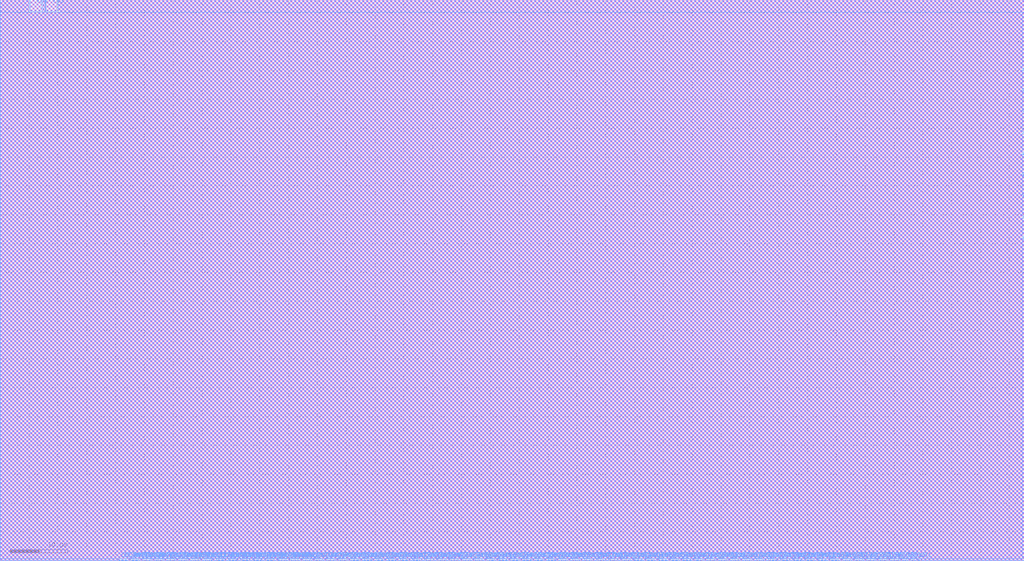
<source format=lef>
VERSION 5.5 ;
NAMESCASESENSITIVE ON ;
BUSBITCHARS "[]" ;
DIVIDERCHAR "/" ;

MACRO sram6t512x128
  CLASS BLOCK ;
  SOURCE USER ;
  ORIGIN 0 0 ;
  SIZE 177.536 BY 97.280 ;
  SYMMETRY X Y R90 ;

  PIN CE1
    DIRECTION INPUT ;
    USE SIGNAL ;
    PORT
      LAYER M2 ;
        RECT 159.296 0.000 159.448 0.152 ;
    END
    PORT
      LAYER M3 ;
        RECT 159.296 0.000 159.448 0.152 ;
    END
    PORT
      LAYER M4 ;
        RECT 159.296 0.000 159.448 0.152 ;
    END
    PORT
      LAYER M5 ;
        RECT 159.296 0.000 159.448 0.152 ;
    END
  END CE1

  PIN CSB1
    DIRECTION INPUT ;
    USE SIGNAL ;
    PORT
      LAYER M2 ;
        RECT 158.080 0.000 158.232 0.152 ;
    END
    PORT
      LAYER M3 ;
        RECT 158.080 0.000 158.232 0.152 ;
    END
    PORT
      LAYER M4 ;
        RECT 158.080 0.000 158.232 0.152 ;
    END
    PORT
      LAYER M5 ;
        RECT 158.080 0.000 158.232 0.152 ;
    END
  END CSB1

  PIN OEB1
    DIRECTION INPUT ;
    USE SIGNAL ;
    PORT
      LAYER M2 ;
        RECT 156.864 0.000 157.016 0.152 ;
    END
    PORT
      LAYER M3 ;
        RECT 156.864 0.000 157.016 0.152 ;
    END
    PORT
      LAYER M4 ;
        RECT 156.864 0.000 157.016 0.152 ;
    END
    PORT
      LAYER M5 ;
        RECT 156.864 0.000 157.016 0.152 ;
    END
  END OEB1

  PIN O1[3]
    DIRECTION OUTPUT ;
    USE SIGNAL ;
    PORT
      LAYER M2 ;
        RECT 155.648 0.000 155.800 0.152 ;
    END
    PORT
      LAYER M3 ;
        RECT 155.648 0.000 155.800 0.152 ;
    END
    PORT
      LAYER M4 ;
        RECT 155.648 0.000 155.800 0.152 ;
    END
    PORT
      LAYER M5 ;
        RECT 155.648 0.000 155.800 0.152 ;
    END
  END O1[3]

  PIN O1[2]
    DIRECTION OUTPUT ;
    USE SIGNAL ;
    PORT
      LAYER M2 ;
        RECT 155.344 0.000 155.496 0.152 ;
    END
    PORT
      LAYER M3 ;
        RECT 155.344 0.000 155.496 0.152 ;
    END
    PORT
      LAYER M4 ;
        RECT 155.344 0.000 155.496 0.152 ;
    END
    PORT
      LAYER M5 ;
        RECT 155.344 0.000 155.496 0.152 ;
    END
  END O1[2]

  PIN O1[1]
    DIRECTION OUTPUT ;
    USE SIGNAL ;
    PORT
      LAYER M2 ;
        RECT 155.040 0.000 155.192 0.152 ;
    END
    PORT
      LAYER M3 ;
        RECT 155.040 0.000 155.192 0.152 ;
    END
    PORT
      LAYER M4 ;
        RECT 155.040 0.000 155.192 0.152 ;
    END
    PORT
      LAYER M5 ;
        RECT 155.040 0.000 155.192 0.152 ;
    END
  END O1[1]

  PIN O1[0]
    DIRECTION OUTPUT ;
    USE SIGNAL ;
    PORT
      LAYER M2 ;
        RECT 154.736 0.000 154.888 0.152 ;
    END
    PORT
      LAYER M3 ;
        RECT 154.736 0.000 154.888 0.152 ;
    END
    PORT
      LAYER M4 ;
        RECT 154.736 0.000 154.888 0.152 ;
    END
    PORT
      LAYER M5 ;
        RECT 154.736 0.000 154.888 0.152 ;
    END
  END O1[0]

  PIN I1[0]
    DIRECTION INPUT ;
    USE SIGNAL ;
    PORT
      LAYER M2 ;
        RECT 153.520 0.000 153.672 0.152 ;
    END
    PORT
      LAYER M3 ;
        RECT 153.520 0.000 153.672 0.152 ;
    END
    PORT
      LAYER M4 ;
        RECT 153.520 0.000 153.672 0.152 ;
    END
    PORT
      LAYER M5 ;
        RECT 153.520 0.000 153.672 0.152 ;
    END
  END I1[0]

  PIN I1[1]
    DIRECTION INPUT ;
    USE SIGNAL ;
    PORT
      LAYER M2 ;
        RECT 153.216 0.000 153.368 0.152 ;
    END
    PORT
      LAYER M3 ;
        RECT 153.216 0.000 153.368 0.152 ;
    END
    PORT
      LAYER M4 ;
        RECT 153.216 0.000 153.368 0.152 ;
    END
    PORT
      LAYER M5 ;
        RECT 153.216 0.000 153.368 0.152 ;
    END
  END I1[1]

  PIN I1[2]
    DIRECTION INPUT ;
    USE SIGNAL ;
    PORT
      LAYER M2 ;
        RECT 152.912 0.000 153.064 0.152 ;
    END
    PORT
      LAYER M3 ;
        RECT 152.912 0.000 153.064 0.152 ;
    END
    PORT
      LAYER M4 ;
        RECT 152.912 0.000 153.064 0.152 ;
    END
    PORT
      LAYER M5 ;
        RECT 152.912 0.000 153.064 0.152 ;
    END
  END I1[2]

  PIN I1[3]
    DIRECTION INPUT ;
    USE SIGNAL ;
    PORT
      LAYER M2 ;
        RECT 152.608 0.000 152.760 0.152 ;
    END
    PORT
      LAYER M3 ;
        RECT 152.608 0.000 152.760 0.152 ;
    END
    PORT
      LAYER M4 ;
        RECT 152.608 0.000 152.760 0.152 ;
    END
    PORT
      LAYER M5 ;
        RECT 152.608 0.000 152.760 0.152 ;
    END
  END I1[3]

  PIN O1[7]
    DIRECTION OUTPUT ;
    USE SIGNAL ;
    PORT
      LAYER M2 ;
        RECT 151.392 0.000 151.544 0.152 ;
    END
    PORT
      LAYER M3 ;
        RECT 151.392 0.000 151.544 0.152 ;
    END
    PORT
      LAYER M4 ;
        RECT 151.392 0.000 151.544 0.152 ;
    END
    PORT
      LAYER M5 ;
        RECT 151.392 0.000 151.544 0.152 ;
    END
  END O1[7]

  PIN O1[6]
    DIRECTION OUTPUT ;
    USE SIGNAL ;
    PORT
      LAYER M2 ;
        RECT 151.088 0.000 151.240 0.152 ;
    END
    PORT
      LAYER M3 ;
        RECT 151.088 0.000 151.240 0.152 ;
    END
    PORT
      LAYER M4 ;
        RECT 151.088 0.000 151.240 0.152 ;
    END
    PORT
      LAYER M5 ;
        RECT 151.088 0.000 151.240 0.152 ;
    END
  END O1[6]

  PIN O1[5]
    DIRECTION OUTPUT ;
    USE SIGNAL ;
    PORT
      LAYER M2 ;
        RECT 150.784 0.000 150.936 0.152 ;
    END
    PORT
      LAYER M3 ;
        RECT 150.784 0.000 150.936 0.152 ;
    END
    PORT
      LAYER M4 ;
        RECT 150.784 0.000 150.936 0.152 ;
    END
    PORT
      LAYER M5 ;
        RECT 150.784 0.000 150.936 0.152 ;
    END
  END O1[5]

  PIN O1[4]
    DIRECTION OUTPUT ;
    USE SIGNAL ;
    PORT
      LAYER M2 ;
        RECT 150.480 0.000 150.632 0.152 ;
    END
    PORT
      LAYER M3 ;
        RECT 150.480 0.000 150.632 0.152 ;
    END
    PORT
      LAYER M4 ;
        RECT 150.480 0.000 150.632 0.152 ;
    END
    PORT
      LAYER M5 ;
        RECT 150.480 0.000 150.632 0.152 ;
    END
  END O1[4]

  PIN I1[4]
    DIRECTION INPUT ;
    USE SIGNAL ;
    PORT
      LAYER M2 ;
        RECT 149.264 0.000 149.416 0.152 ;
    END
    PORT
      LAYER M3 ;
        RECT 149.264 0.000 149.416 0.152 ;
    END
    PORT
      LAYER M4 ;
        RECT 149.264 0.000 149.416 0.152 ;
    END
    PORT
      LAYER M5 ;
        RECT 149.264 0.000 149.416 0.152 ;
    END
  END I1[4]

  PIN I1[5]
    DIRECTION INPUT ;
    USE SIGNAL ;
    PORT
      LAYER M2 ;
        RECT 148.960 0.000 149.112 0.152 ;
    END
    PORT
      LAYER M3 ;
        RECT 148.960 0.000 149.112 0.152 ;
    END
    PORT
      LAYER M4 ;
        RECT 148.960 0.000 149.112 0.152 ;
    END
    PORT
      LAYER M5 ;
        RECT 148.960 0.000 149.112 0.152 ;
    END
  END I1[5]

  PIN I1[6]
    DIRECTION INPUT ;
    USE SIGNAL ;
    PORT
      LAYER M2 ;
        RECT 148.656 0.000 148.808 0.152 ;
    END
    PORT
      LAYER M3 ;
        RECT 148.656 0.000 148.808 0.152 ;
    END
    PORT
      LAYER M4 ;
        RECT 148.656 0.000 148.808 0.152 ;
    END
    PORT
      LAYER M5 ;
        RECT 148.656 0.000 148.808 0.152 ;
    END
  END I1[6]

  PIN I1[7]
    DIRECTION INPUT ;
    USE SIGNAL ;
    PORT
      LAYER M2 ;
        RECT 148.352 0.000 148.504 0.152 ;
    END
    PORT
      LAYER M3 ;
        RECT 148.352 0.000 148.504 0.152 ;
    END
    PORT
      LAYER M4 ;
        RECT 148.352 0.000 148.504 0.152 ;
    END
    PORT
      LAYER M5 ;
        RECT 148.352 0.000 148.504 0.152 ;
    END
  END I1[7]

  PIN O1[11]
    DIRECTION OUTPUT ;
    USE SIGNAL ;
    PORT
      LAYER M2 ;
        RECT 147.136 0.000 147.288 0.152 ;
    END
    PORT
      LAYER M3 ;
        RECT 147.136 0.000 147.288 0.152 ;
    END
    PORT
      LAYER M4 ;
        RECT 147.136 0.000 147.288 0.152 ;
    END
    PORT
      LAYER M5 ;
        RECT 147.136 0.000 147.288 0.152 ;
    END
  END O1[11]

  PIN O1[10]
    DIRECTION OUTPUT ;
    USE SIGNAL ;
    PORT
      LAYER M2 ;
        RECT 146.832 0.000 146.984 0.152 ;
    END
    PORT
      LAYER M3 ;
        RECT 146.832 0.000 146.984 0.152 ;
    END
    PORT
      LAYER M4 ;
        RECT 146.832 0.000 146.984 0.152 ;
    END
    PORT
      LAYER M5 ;
        RECT 146.832 0.000 146.984 0.152 ;
    END
  END O1[10]

  PIN O1[9]
    DIRECTION OUTPUT ;
    USE SIGNAL ;
    PORT
      LAYER M2 ;
        RECT 146.528 0.000 146.680 0.152 ;
    END
    PORT
      LAYER M3 ;
        RECT 146.528 0.000 146.680 0.152 ;
    END
    PORT
      LAYER M4 ;
        RECT 146.528 0.000 146.680 0.152 ;
    END
    PORT
      LAYER M5 ;
        RECT 146.528 0.000 146.680 0.152 ;
    END
  END O1[9]

  PIN O1[8]
    DIRECTION OUTPUT ;
    USE SIGNAL ;
    PORT
      LAYER M2 ;
        RECT 146.224 0.000 146.376 0.152 ;
    END
    PORT
      LAYER M3 ;
        RECT 146.224 0.000 146.376 0.152 ;
    END
    PORT
      LAYER M4 ;
        RECT 146.224 0.000 146.376 0.152 ;
    END
    PORT
      LAYER M5 ;
        RECT 146.224 0.000 146.376 0.152 ;
    END
  END O1[8]

  PIN I1[8]
    DIRECTION INPUT ;
    USE SIGNAL ;
    PORT
      LAYER M2 ;
        RECT 145.008 0.000 145.160 0.152 ;
    END
    PORT
      LAYER M3 ;
        RECT 145.008 0.000 145.160 0.152 ;
    END
    PORT
      LAYER M4 ;
        RECT 145.008 0.000 145.160 0.152 ;
    END
    PORT
      LAYER M5 ;
        RECT 145.008 0.000 145.160 0.152 ;
    END
  END I1[8]

  PIN I1[9]
    DIRECTION INPUT ;
    USE SIGNAL ;
    PORT
      LAYER M2 ;
        RECT 144.704 0.000 144.856 0.152 ;
    END
    PORT
      LAYER M3 ;
        RECT 144.704 0.000 144.856 0.152 ;
    END
    PORT
      LAYER M4 ;
        RECT 144.704 0.000 144.856 0.152 ;
    END
    PORT
      LAYER M5 ;
        RECT 144.704 0.000 144.856 0.152 ;
    END
  END I1[9]

  PIN I1[10]
    DIRECTION INPUT ;
    USE SIGNAL ;
    PORT
      LAYER M2 ;
        RECT 144.400 0.000 144.552 0.152 ;
    END
    PORT
      LAYER M3 ;
        RECT 144.400 0.000 144.552 0.152 ;
    END
    PORT
      LAYER M4 ;
        RECT 144.400 0.000 144.552 0.152 ;
    END
    PORT
      LAYER M5 ;
        RECT 144.400 0.000 144.552 0.152 ;
    END
  END I1[10]

  PIN I1[11]
    DIRECTION INPUT ;
    USE SIGNAL ;
    PORT
      LAYER M2 ;
        RECT 144.096 0.000 144.248 0.152 ;
    END
    PORT
      LAYER M3 ;
        RECT 144.096 0.000 144.248 0.152 ;
    END
    PORT
      LAYER M4 ;
        RECT 144.096 0.000 144.248 0.152 ;
    END
    PORT
      LAYER M5 ;
        RECT 144.096 0.000 144.248 0.152 ;
    END
  END I1[11]

  PIN O1[15]
    DIRECTION OUTPUT ;
    USE SIGNAL ;
    PORT
      LAYER M2 ;
        RECT 142.880 0.000 143.032 0.152 ;
    END
    PORT
      LAYER M3 ;
        RECT 142.880 0.000 143.032 0.152 ;
    END
    PORT
      LAYER M4 ;
        RECT 142.880 0.000 143.032 0.152 ;
    END
    PORT
      LAYER M5 ;
        RECT 142.880 0.000 143.032 0.152 ;
    END
  END O1[15]

  PIN O1[14]
    DIRECTION OUTPUT ;
    USE SIGNAL ;
    PORT
      LAYER M2 ;
        RECT 142.576 0.000 142.728 0.152 ;
    END
    PORT
      LAYER M3 ;
        RECT 142.576 0.000 142.728 0.152 ;
    END
    PORT
      LAYER M4 ;
        RECT 142.576 0.000 142.728 0.152 ;
    END
    PORT
      LAYER M5 ;
        RECT 142.576 0.000 142.728 0.152 ;
    END
  END O1[14]

  PIN O1[13]
    DIRECTION OUTPUT ;
    USE SIGNAL ;
    PORT
      LAYER M2 ;
        RECT 142.272 0.000 142.424 0.152 ;
    END
    PORT
      LAYER M3 ;
        RECT 142.272 0.000 142.424 0.152 ;
    END
    PORT
      LAYER M4 ;
        RECT 142.272 0.000 142.424 0.152 ;
    END
    PORT
      LAYER M5 ;
        RECT 142.272 0.000 142.424 0.152 ;
    END
  END O1[13]

  PIN O1[12]
    DIRECTION OUTPUT ;
    USE SIGNAL ;
    PORT
      LAYER M2 ;
        RECT 141.968 0.000 142.120 0.152 ;
    END
    PORT
      LAYER M3 ;
        RECT 141.968 0.000 142.120 0.152 ;
    END
    PORT
      LAYER M4 ;
        RECT 141.968 0.000 142.120 0.152 ;
    END
    PORT
      LAYER M5 ;
        RECT 141.968 0.000 142.120 0.152 ;
    END
  END O1[12]

  PIN I1[12]
    DIRECTION INPUT ;
    USE SIGNAL ;
    PORT
      LAYER M2 ;
        RECT 140.752 0.000 140.904 0.152 ;
    END
    PORT
      LAYER M3 ;
        RECT 140.752 0.000 140.904 0.152 ;
    END
    PORT
      LAYER M4 ;
        RECT 140.752 0.000 140.904 0.152 ;
    END
    PORT
      LAYER M5 ;
        RECT 140.752 0.000 140.904 0.152 ;
    END
  END I1[12]

  PIN I1[13]
    DIRECTION INPUT ;
    USE SIGNAL ;
    PORT
      LAYER M2 ;
        RECT 140.448 0.000 140.600 0.152 ;
    END
    PORT
      LAYER M3 ;
        RECT 140.448 0.000 140.600 0.152 ;
    END
    PORT
      LAYER M4 ;
        RECT 140.448 0.000 140.600 0.152 ;
    END
    PORT
      LAYER M5 ;
        RECT 140.448 0.000 140.600 0.152 ;
    END
  END I1[13]

  PIN I1[14]
    DIRECTION INPUT ;
    USE SIGNAL ;
    PORT
      LAYER M2 ;
        RECT 140.144 0.000 140.296 0.152 ;
    END
    PORT
      LAYER M3 ;
        RECT 140.144 0.000 140.296 0.152 ;
    END
    PORT
      LAYER M4 ;
        RECT 140.144 0.000 140.296 0.152 ;
    END
    PORT
      LAYER M5 ;
        RECT 140.144 0.000 140.296 0.152 ;
    END
  END I1[14]

  PIN I1[15]
    DIRECTION INPUT ;
    USE SIGNAL ;
    PORT
      LAYER M2 ;
        RECT 139.840 0.000 139.992 0.152 ;
    END
    PORT
      LAYER M3 ;
        RECT 139.840 0.000 139.992 0.152 ;
    END
    PORT
      LAYER M4 ;
        RECT 139.840 0.000 139.992 0.152 ;
    END
    PORT
      LAYER M5 ;
        RECT 139.840 0.000 139.992 0.152 ;
    END
  END I1[15]

  PIN O1[19]
    DIRECTION OUTPUT ;
    USE SIGNAL ;
    PORT
      LAYER M2 ;
        RECT 138.624 0.000 138.776 0.152 ;
    END
    PORT
      LAYER M3 ;
        RECT 138.624 0.000 138.776 0.152 ;
    END
    PORT
      LAYER M4 ;
        RECT 138.624 0.000 138.776 0.152 ;
    END
    PORT
      LAYER M5 ;
        RECT 138.624 0.000 138.776 0.152 ;
    END
  END O1[19]

  PIN O1[18]
    DIRECTION OUTPUT ;
    USE SIGNAL ;
    PORT
      LAYER M2 ;
        RECT 138.320 0.000 138.472 0.152 ;
    END
    PORT
      LAYER M3 ;
        RECT 138.320 0.000 138.472 0.152 ;
    END
    PORT
      LAYER M4 ;
        RECT 138.320 0.000 138.472 0.152 ;
    END
    PORT
      LAYER M5 ;
        RECT 138.320 0.000 138.472 0.152 ;
    END
  END O1[18]

  PIN O1[17]
    DIRECTION OUTPUT ;
    USE SIGNAL ;
    PORT
      LAYER M2 ;
        RECT 138.016 0.000 138.168 0.152 ;
    END
    PORT
      LAYER M3 ;
        RECT 138.016 0.000 138.168 0.152 ;
    END
    PORT
      LAYER M4 ;
        RECT 138.016 0.000 138.168 0.152 ;
    END
    PORT
      LAYER M5 ;
        RECT 138.016 0.000 138.168 0.152 ;
    END
  END O1[17]

  PIN O1[16]
    DIRECTION OUTPUT ;
    USE SIGNAL ;
    PORT
      LAYER M2 ;
        RECT 137.712 0.000 137.864 0.152 ;
    END
    PORT
      LAYER M3 ;
        RECT 137.712 0.000 137.864 0.152 ;
    END
    PORT
      LAYER M4 ;
        RECT 137.712 0.000 137.864 0.152 ;
    END
    PORT
      LAYER M5 ;
        RECT 137.712 0.000 137.864 0.152 ;
    END
  END O1[16]

  PIN I1[16]
    DIRECTION INPUT ;
    USE SIGNAL ;
    PORT
      LAYER M2 ;
        RECT 136.496 0.000 136.648 0.152 ;
    END
    PORT
      LAYER M3 ;
        RECT 136.496 0.000 136.648 0.152 ;
    END
    PORT
      LAYER M4 ;
        RECT 136.496 0.000 136.648 0.152 ;
    END
    PORT
      LAYER M5 ;
        RECT 136.496 0.000 136.648 0.152 ;
    END
  END I1[16]

  PIN I1[17]
    DIRECTION INPUT ;
    USE SIGNAL ;
    PORT
      LAYER M2 ;
        RECT 136.192 0.000 136.344 0.152 ;
    END
    PORT
      LAYER M3 ;
        RECT 136.192 0.000 136.344 0.152 ;
    END
    PORT
      LAYER M4 ;
        RECT 136.192 0.000 136.344 0.152 ;
    END
    PORT
      LAYER M5 ;
        RECT 136.192 0.000 136.344 0.152 ;
    END
  END I1[17]

  PIN I1[18]
    DIRECTION INPUT ;
    USE SIGNAL ;
    PORT
      LAYER M2 ;
        RECT 135.888 0.000 136.040 0.152 ;
    END
    PORT
      LAYER M3 ;
        RECT 135.888 0.000 136.040 0.152 ;
    END
    PORT
      LAYER M4 ;
        RECT 135.888 0.000 136.040 0.152 ;
    END
    PORT
      LAYER M5 ;
        RECT 135.888 0.000 136.040 0.152 ;
    END
  END I1[18]

  PIN I1[19]
    DIRECTION INPUT ;
    USE SIGNAL ;
    PORT
      LAYER M2 ;
        RECT 135.584 0.000 135.736 0.152 ;
    END
    PORT
      LAYER M3 ;
        RECT 135.584 0.000 135.736 0.152 ;
    END
    PORT
      LAYER M4 ;
        RECT 135.584 0.000 135.736 0.152 ;
    END
    PORT
      LAYER M5 ;
        RECT 135.584 0.000 135.736 0.152 ;
    END
  END I1[19]

  PIN O1[23]
    DIRECTION OUTPUT ;
    USE SIGNAL ;
    PORT
      LAYER M2 ;
        RECT 134.368 0.000 134.520 0.152 ;
    END
    PORT
      LAYER M3 ;
        RECT 134.368 0.000 134.520 0.152 ;
    END
    PORT
      LAYER M4 ;
        RECT 134.368 0.000 134.520 0.152 ;
    END
    PORT
      LAYER M5 ;
        RECT 134.368 0.000 134.520 0.152 ;
    END
  END O1[23]

  PIN O1[22]
    DIRECTION OUTPUT ;
    USE SIGNAL ;
    PORT
      LAYER M2 ;
        RECT 134.064 0.000 134.216 0.152 ;
    END
    PORT
      LAYER M3 ;
        RECT 134.064 0.000 134.216 0.152 ;
    END
    PORT
      LAYER M4 ;
        RECT 134.064 0.000 134.216 0.152 ;
    END
    PORT
      LAYER M5 ;
        RECT 134.064 0.000 134.216 0.152 ;
    END
  END O1[22]

  PIN O1[21]
    DIRECTION OUTPUT ;
    USE SIGNAL ;
    PORT
      LAYER M2 ;
        RECT 133.760 0.000 133.912 0.152 ;
    END
    PORT
      LAYER M3 ;
        RECT 133.760 0.000 133.912 0.152 ;
    END
    PORT
      LAYER M4 ;
        RECT 133.760 0.000 133.912 0.152 ;
    END
    PORT
      LAYER M5 ;
        RECT 133.760 0.000 133.912 0.152 ;
    END
  END O1[21]

  PIN O1[20]
    DIRECTION OUTPUT ;
    USE SIGNAL ;
    PORT
      LAYER M2 ;
        RECT 133.456 0.000 133.608 0.152 ;
    END
    PORT
      LAYER M3 ;
        RECT 133.456 0.000 133.608 0.152 ;
    END
    PORT
      LAYER M4 ;
        RECT 133.456 0.000 133.608 0.152 ;
    END
    PORT
      LAYER M5 ;
        RECT 133.456 0.000 133.608 0.152 ;
    END
  END O1[20]

  PIN I1[20]
    DIRECTION INPUT ;
    USE SIGNAL ;
    PORT
      LAYER M2 ;
        RECT 132.240 0.000 132.392 0.152 ;
    END
    PORT
      LAYER M3 ;
        RECT 132.240 0.000 132.392 0.152 ;
    END
    PORT
      LAYER M4 ;
        RECT 132.240 0.000 132.392 0.152 ;
    END
    PORT
      LAYER M5 ;
        RECT 132.240 0.000 132.392 0.152 ;
    END
  END I1[20]

  PIN I1[21]
    DIRECTION INPUT ;
    USE SIGNAL ;
    PORT
      LAYER M2 ;
        RECT 131.936 0.000 132.088 0.152 ;
    END
    PORT
      LAYER M3 ;
        RECT 131.936 0.000 132.088 0.152 ;
    END
    PORT
      LAYER M4 ;
        RECT 131.936 0.000 132.088 0.152 ;
    END
    PORT
      LAYER M5 ;
        RECT 131.936 0.000 132.088 0.152 ;
    END
  END I1[21]

  PIN I1[22]
    DIRECTION INPUT ;
    USE SIGNAL ;
    PORT
      LAYER M2 ;
        RECT 131.632 0.000 131.784 0.152 ;
    END
    PORT
      LAYER M3 ;
        RECT 131.632 0.000 131.784 0.152 ;
    END
    PORT
      LAYER M4 ;
        RECT 131.632 0.000 131.784 0.152 ;
    END
    PORT
      LAYER M5 ;
        RECT 131.632 0.000 131.784 0.152 ;
    END
  END I1[22]

  PIN I1[23]
    DIRECTION INPUT ;
    USE SIGNAL ;
    PORT
      LAYER M2 ;
        RECT 131.328 0.000 131.480 0.152 ;
    END
    PORT
      LAYER M3 ;
        RECT 131.328 0.000 131.480 0.152 ;
    END
    PORT
      LAYER M4 ;
        RECT 131.328 0.000 131.480 0.152 ;
    END
    PORT
      LAYER M5 ;
        RECT 131.328 0.000 131.480 0.152 ;
    END
  END I1[23]

  PIN O1[27]
    DIRECTION OUTPUT ;
    USE SIGNAL ;
    PORT
      LAYER M2 ;
        RECT 130.112 0.000 130.264 0.152 ;
    END
    PORT
      LAYER M3 ;
        RECT 130.112 0.000 130.264 0.152 ;
    END
    PORT
      LAYER M4 ;
        RECT 130.112 0.000 130.264 0.152 ;
    END
    PORT
      LAYER M5 ;
        RECT 130.112 0.000 130.264 0.152 ;
    END
  END O1[27]

  PIN O1[26]
    DIRECTION OUTPUT ;
    USE SIGNAL ;
    PORT
      LAYER M2 ;
        RECT 129.808 0.000 129.960 0.152 ;
    END
    PORT
      LAYER M3 ;
        RECT 129.808 0.000 129.960 0.152 ;
    END
    PORT
      LAYER M4 ;
        RECT 129.808 0.000 129.960 0.152 ;
    END
    PORT
      LAYER M5 ;
        RECT 129.808 0.000 129.960 0.152 ;
    END
  END O1[26]

  PIN O1[25]
    DIRECTION OUTPUT ;
    USE SIGNAL ;
    PORT
      LAYER M2 ;
        RECT 129.504 0.000 129.656 0.152 ;
    END
    PORT
      LAYER M3 ;
        RECT 129.504 0.000 129.656 0.152 ;
    END
    PORT
      LAYER M4 ;
        RECT 129.504 0.000 129.656 0.152 ;
    END
    PORT
      LAYER M5 ;
        RECT 129.504 0.000 129.656 0.152 ;
    END
  END O1[25]

  PIN O1[24]
    DIRECTION OUTPUT ;
    USE SIGNAL ;
    PORT
      LAYER M2 ;
        RECT 129.200 0.000 129.352 0.152 ;
    END
    PORT
      LAYER M3 ;
        RECT 129.200 0.000 129.352 0.152 ;
    END
    PORT
      LAYER M4 ;
        RECT 129.200 0.000 129.352 0.152 ;
    END
    PORT
      LAYER M5 ;
        RECT 129.200 0.000 129.352 0.152 ;
    END
  END O1[24]

  PIN I1[24]
    DIRECTION INPUT ;
    USE SIGNAL ;
    PORT
      LAYER M2 ;
        RECT 127.984 0.000 128.136 0.152 ;
    END
    PORT
      LAYER M3 ;
        RECT 127.984 0.000 128.136 0.152 ;
    END
    PORT
      LAYER M4 ;
        RECT 127.984 0.000 128.136 0.152 ;
    END
    PORT
      LAYER M5 ;
        RECT 127.984 0.000 128.136 0.152 ;
    END
  END I1[24]

  PIN I1[25]
    DIRECTION INPUT ;
    USE SIGNAL ;
    PORT
      LAYER M2 ;
        RECT 127.680 0.000 127.832 0.152 ;
    END
    PORT
      LAYER M3 ;
        RECT 127.680 0.000 127.832 0.152 ;
    END
    PORT
      LAYER M4 ;
        RECT 127.680 0.000 127.832 0.152 ;
    END
    PORT
      LAYER M5 ;
        RECT 127.680 0.000 127.832 0.152 ;
    END
  END I1[25]

  PIN I1[26]
    DIRECTION INPUT ;
    USE SIGNAL ;
    PORT
      LAYER M2 ;
        RECT 127.376 0.000 127.528 0.152 ;
    END
    PORT
      LAYER M3 ;
        RECT 127.376 0.000 127.528 0.152 ;
    END
    PORT
      LAYER M4 ;
        RECT 127.376 0.000 127.528 0.152 ;
    END
    PORT
      LAYER M5 ;
        RECT 127.376 0.000 127.528 0.152 ;
    END
  END I1[26]

  PIN I1[27]
    DIRECTION INPUT ;
    USE SIGNAL ;
    PORT
      LAYER M2 ;
        RECT 127.072 0.000 127.224 0.152 ;
    END
    PORT
      LAYER M3 ;
        RECT 127.072 0.000 127.224 0.152 ;
    END
    PORT
      LAYER M4 ;
        RECT 127.072 0.000 127.224 0.152 ;
    END
    PORT
      LAYER M5 ;
        RECT 127.072 0.000 127.224 0.152 ;
    END
  END I1[27]

  PIN O1[31]
    DIRECTION OUTPUT ;
    USE SIGNAL ;
    PORT
      LAYER M2 ;
        RECT 125.856 0.000 126.008 0.152 ;
    END
    PORT
      LAYER M3 ;
        RECT 125.856 0.000 126.008 0.152 ;
    END
    PORT
      LAYER M4 ;
        RECT 125.856 0.000 126.008 0.152 ;
    END
    PORT
      LAYER M5 ;
        RECT 125.856 0.000 126.008 0.152 ;
    END
  END O1[31]

  PIN O1[30]
    DIRECTION OUTPUT ;
    USE SIGNAL ;
    PORT
      LAYER M2 ;
        RECT 125.552 0.000 125.704 0.152 ;
    END
    PORT
      LAYER M3 ;
        RECT 125.552 0.000 125.704 0.152 ;
    END
    PORT
      LAYER M4 ;
        RECT 125.552 0.000 125.704 0.152 ;
    END
    PORT
      LAYER M5 ;
        RECT 125.552 0.000 125.704 0.152 ;
    END
  END O1[30]

  PIN O1[29]
    DIRECTION OUTPUT ;
    USE SIGNAL ;
    PORT
      LAYER M2 ;
        RECT 125.248 0.000 125.400 0.152 ;
    END
    PORT
      LAYER M3 ;
        RECT 125.248 0.000 125.400 0.152 ;
    END
    PORT
      LAYER M4 ;
        RECT 125.248 0.000 125.400 0.152 ;
    END
    PORT
      LAYER M5 ;
        RECT 125.248 0.000 125.400 0.152 ;
    END
  END O1[29]

  PIN O1[28]
    DIRECTION OUTPUT ;
    USE SIGNAL ;
    PORT
      LAYER M2 ;
        RECT 124.944 0.000 125.096 0.152 ;
    END
    PORT
      LAYER M3 ;
        RECT 124.944 0.000 125.096 0.152 ;
    END
    PORT
      LAYER M4 ;
        RECT 124.944 0.000 125.096 0.152 ;
    END
    PORT
      LAYER M5 ;
        RECT 124.944 0.000 125.096 0.152 ;
    END
  END O1[28]

  PIN I1[28]
    DIRECTION INPUT ;
    USE SIGNAL ;
    PORT
      LAYER M2 ;
        RECT 123.728 0.000 123.880 0.152 ;
    END
    PORT
      LAYER M3 ;
        RECT 123.728 0.000 123.880 0.152 ;
    END
    PORT
      LAYER M4 ;
        RECT 123.728 0.000 123.880 0.152 ;
    END
    PORT
      LAYER M5 ;
        RECT 123.728 0.000 123.880 0.152 ;
    END
  END I1[28]

  PIN I1[29]
    DIRECTION INPUT ;
    USE SIGNAL ;
    PORT
      LAYER M2 ;
        RECT 123.424 0.000 123.576 0.152 ;
    END
    PORT
      LAYER M3 ;
        RECT 123.424 0.000 123.576 0.152 ;
    END
    PORT
      LAYER M4 ;
        RECT 123.424 0.000 123.576 0.152 ;
    END
    PORT
      LAYER M5 ;
        RECT 123.424 0.000 123.576 0.152 ;
    END
  END I1[29]

  PIN I1[30]
    DIRECTION INPUT ;
    USE SIGNAL ;
    PORT
      LAYER M2 ;
        RECT 123.120 0.000 123.272 0.152 ;
    END
    PORT
      LAYER M3 ;
        RECT 123.120 0.000 123.272 0.152 ;
    END
    PORT
      LAYER M4 ;
        RECT 123.120 0.000 123.272 0.152 ;
    END
    PORT
      LAYER M5 ;
        RECT 123.120 0.000 123.272 0.152 ;
    END
  END I1[30]

  PIN I1[31]
    DIRECTION INPUT ;
    USE SIGNAL ;
    PORT
      LAYER M2 ;
        RECT 122.816 0.000 122.968 0.152 ;
    END
    PORT
      LAYER M3 ;
        RECT 122.816 0.000 122.968 0.152 ;
    END
    PORT
      LAYER M4 ;
        RECT 122.816 0.000 122.968 0.152 ;
    END
    PORT
      LAYER M5 ;
        RECT 122.816 0.000 122.968 0.152 ;
    END
  END I1[31]

  PIN O1[35]
    DIRECTION OUTPUT ;
    USE SIGNAL ;
    PORT
      LAYER M2 ;
        RECT 121.600 0.000 121.752 0.152 ;
    END
    PORT
      LAYER M3 ;
        RECT 121.600 0.000 121.752 0.152 ;
    END
    PORT
      LAYER M4 ;
        RECT 121.600 0.000 121.752 0.152 ;
    END
    PORT
      LAYER M5 ;
        RECT 121.600 0.000 121.752 0.152 ;
    END
  END O1[35]

  PIN O1[34]
    DIRECTION OUTPUT ;
    USE SIGNAL ;
    PORT
      LAYER M2 ;
        RECT 121.296 0.000 121.448 0.152 ;
    END
    PORT
      LAYER M3 ;
        RECT 121.296 0.000 121.448 0.152 ;
    END
    PORT
      LAYER M4 ;
        RECT 121.296 0.000 121.448 0.152 ;
    END
    PORT
      LAYER M5 ;
        RECT 121.296 0.000 121.448 0.152 ;
    END
  END O1[34]

  PIN O1[33]
    DIRECTION OUTPUT ;
    USE SIGNAL ;
    PORT
      LAYER M2 ;
        RECT 120.992 0.000 121.144 0.152 ;
    END
    PORT
      LAYER M3 ;
        RECT 120.992 0.000 121.144 0.152 ;
    END
    PORT
      LAYER M4 ;
        RECT 120.992 0.000 121.144 0.152 ;
    END
    PORT
      LAYER M5 ;
        RECT 120.992 0.000 121.144 0.152 ;
    END
  END O1[33]

  PIN O1[32]
    DIRECTION OUTPUT ;
    USE SIGNAL ;
    PORT
      LAYER M2 ;
        RECT 120.688 0.000 120.840 0.152 ;
    END
    PORT
      LAYER M3 ;
        RECT 120.688 0.000 120.840 0.152 ;
    END
    PORT
      LAYER M4 ;
        RECT 120.688 0.000 120.840 0.152 ;
    END
    PORT
      LAYER M5 ;
        RECT 120.688 0.000 120.840 0.152 ;
    END
  END O1[32]

  PIN I1[32]
    DIRECTION INPUT ;
    USE SIGNAL ;
    PORT
      LAYER M2 ;
        RECT 119.472 0.000 119.624 0.152 ;
    END
    PORT
      LAYER M3 ;
        RECT 119.472 0.000 119.624 0.152 ;
    END
    PORT
      LAYER M4 ;
        RECT 119.472 0.000 119.624 0.152 ;
    END
    PORT
      LAYER M5 ;
        RECT 119.472 0.000 119.624 0.152 ;
    END
  END I1[32]

  PIN I1[33]
    DIRECTION INPUT ;
    USE SIGNAL ;
    PORT
      LAYER M2 ;
        RECT 119.168 0.000 119.320 0.152 ;
    END
    PORT
      LAYER M3 ;
        RECT 119.168 0.000 119.320 0.152 ;
    END
    PORT
      LAYER M4 ;
        RECT 119.168 0.000 119.320 0.152 ;
    END
    PORT
      LAYER M5 ;
        RECT 119.168 0.000 119.320 0.152 ;
    END
  END I1[33]

  PIN I1[34]
    DIRECTION INPUT ;
    USE SIGNAL ;
    PORT
      LAYER M2 ;
        RECT 118.864 0.000 119.016 0.152 ;
    END
    PORT
      LAYER M3 ;
        RECT 118.864 0.000 119.016 0.152 ;
    END
    PORT
      LAYER M4 ;
        RECT 118.864 0.000 119.016 0.152 ;
    END
    PORT
      LAYER M5 ;
        RECT 118.864 0.000 119.016 0.152 ;
    END
  END I1[34]

  PIN I1[35]
    DIRECTION INPUT ;
    USE SIGNAL ;
    PORT
      LAYER M2 ;
        RECT 118.560 0.000 118.712 0.152 ;
    END
    PORT
      LAYER M3 ;
        RECT 118.560 0.000 118.712 0.152 ;
    END
    PORT
      LAYER M4 ;
        RECT 118.560 0.000 118.712 0.152 ;
    END
    PORT
      LAYER M5 ;
        RECT 118.560 0.000 118.712 0.152 ;
    END
  END I1[35]

  PIN O1[39]
    DIRECTION OUTPUT ;
    USE SIGNAL ;
    PORT
      LAYER M2 ;
        RECT 117.344 0.000 117.496 0.152 ;
    END
    PORT
      LAYER M3 ;
        RECT 117.344 0.000 117.496 0.152 ;
    END
    PORT
      LAYER M4 ;
        RECT 117.344 0.000 117.496 0.152 ;
    END
    PORT
      LAYER M5 ;
        RECT 117.344 0.000 117.496 0.152 ;
    END
  END O1[39]

  PIN O1[38]
    DIRECTION OUTPUT ;
    USE SIGNAL ;
    PORT
      LAYER M2 ;
        RECT 117.040 0.000 117.192 0.152 ;
    END
    PORT
      LAYER M3 ;
        RECT 117.040 0.000 117.192 0.152 ;
    END
    PORT
      LAYER M4 ;
        RECT 117.040 0.000 117.192 0.152 ;
    END
    PORT
      LAYER M5 ;
        RECT 117.040 0.000 117.192 0.152 ;
    END
  END O1[38]

  PIN O1[37]
    DIRECTION OUTPUT ;
    USE SIGNAL ;
    PORT
      LAYER M2 ;
        RECT 116.736 0.000 116.888 0.152 ;
    END
    PORT
      LAYER M3 ;
        RECT 116.736 0.000 116.888 0.152 ;
    END
    PORT
      LAYER M4 ;
        RECT 116.736 0.000 116.888 0.152 ;
    END
    PORT
      LAYER M5 ;
        RECT 116.736 0.000 116.888 0.152 ;
    END
  END O1[37]

  PIN O1[36]
    DIRECTION OUTPUT ;
    USE SIGNAL ;
    PORT
      LAYER M2 ;
        RECT 116.432 0.000 116.584 0.152 ;
    END
    PORT
      LAYER M3 ;
        RECT 116.432 0.000 116.584 0.152 ;
    END
    PORT
      LAYER M4 ;
        RECT 116.432 0.000 116.584 0.152 ;
    END
    PORT
      LAYER M5 ;
        RECT 116.432 0.000 116.584 0.152 ;
    END
  END O1[36]

  PIN I1[36]
    DIRECTION INPUT ;
    USE SIGNAL ;
    PORT
      LAYER M2 ;
        RECT 115.216 0.000 115.368 0.152 ;
    END
    PORT
      LAYER M3 ;
        RECT 115.216 0.000 115.368 0.152 ;
    END
    PORT
      LAYER M4 ;
        RECT 115.216 0.000 115.368 0.152 ;
    END
    PORT
      LAYER M5 ;
        RECT 115.216 0.000 115.368 0.152 ;
    END
  END I1[36]

  PIN I1[37]
    DIRECTION INPUT ;
    USE SIGNAL ;
    PORT
      LAYER M2 ;
        RECT 114.912 0.000 115.064 0.152 ;
    END
    PORT
      LAYER M3 ;
        RECT 114.912 0.000 115.064 0.152 ;
    END
    PORT
      LAYER M4 ;
        RECT 114.912 0.000 115.064 0.152 ;
    END
    PORT
      LAYER M5 ;
        RECT 114.912 0.000 115.064 0.152 ;
    END
  END I1[37]

  PIN I1[38]
    DIRECTION INPUT ;
    USE SIGNAL ;
    PORT
      LAYER M2 ;
        RECT 114.608 0.000 114.760 0.152 ;
    END
    PORT
      LAYER M3 ;
        RECT 114.608 0.000 114.760 0.152 ;
    END
    PORT
      LAYER M4 ;
        RECT 114.608 0.000 114.760 0.152 ;
    END
    PORT
      LAYER M5 ;
        RECT 114.608 0.000 114.760 0.152 ;
    END
  END I1[38]

  PIN I1[39]
    DIRECTION INPUT ;
    USE SIGNAL ;
    PORT
      LAYER M2 ;
        RECT 114.304 0.000 114.456 0.152 ;
    END
    PORT
      LAYER M3 ;
        RECT 114.304 0.000 114.456 0.152 ;
    END
    PORT
      LAYER M4 ;
        RECT 114.304 0.000 114.456 0.152 ;
    END
    PORT
      LAYER M5 ;
        RECT 114.304 0.000 114.456 0.152 ;
    END
  END I1[39]

  PIN O1[43]
    DIRECTION OUTPUT ;
    USE SIGNAL ;
    PORT
      LAYER M2 ;
        RECT 113.088 0.000 113.240 0.152 ;
    END
    PORT
      LAYER M3 ;
        RECT 113.088 0.000 113.240 0.152 ;
    END
    PORT
      LAYER M4 ;
        RECT 113.088 0.000 113.240 0.152 ;
    END
    PORT
      LAYER M5 ;
        RECT 113.088 0.000 113.240 0.152 ;
    END
  END O1[43]

  PIN O1[42]
    DIRECTION OUTPUT ;
    USE SIGNAL ;
    PORT
      LAYER M2 ;
        RECT 112.784 0.000 112.936 0.152 ;
    END
    PORT
      LAYER M3 ;
        RECT 112.784 0.000 112.936 0.152 ;
    END
    PORT
      LAYER M4 ;
        RECT 112.784 0.000 112.936 0.152 ;
    END
    PORT
      LAYER M5 ;
        RECT 112.784 0.000 112.936 0.152 ;
    END
  END O1[42]

  PIN O1[41]
    DIRECTION OUTPUT ;
    USE SIGNAL ;
    PORT
      LAYER M2 ;
        RECT 112.480 0.000 112.632 0.152 ;
    END
    PORT
      LAYER M3 ;
        RECT 112.480 0.000 112.632 0.152 ;
    END
    PORT
      LAYER M4 ;
        RECT 112.480 0.000 112.632 0.152 ;
    END
    PORT
      LAYER M5 ;
        RECT 112.480 0.000 112.632 0.152 ;
    END
  END O1[41]

  PIN O1[40]
    DIRECTION OUTPUT ;
    USE SIGNAL ;
    PORT
      LAYER M2 ;
        RECT 112.176 0.000 112.328 0.152 ;
    END
    PORT
      LAYER M3 ;
        RECT 112.176 0.000 112.328 0.152 ;
    END
    PORT
      LAYER M4 ;
        RECT 112.176 0.000 112.328 0.152 ;
    END
    PORT
      LAYER M5 ;
        RECT 112.176 0.000 112.328 0.152 ;
    END
  END O1[40]

  PIN I1[40]
    DIRECTION INPUT ;
    USE SIGNAL ;
    PORT
      LAYER M2 ;
        RECT 110.960 0.000 111.112 0.152 ;
    END
    PORT
      LAYER M3 ;
        RECT 110.960 0.000 111.112 0.152 ;
    END
    PORT
      LAYER M4 ;
        RECT 110.960 0.000 111.112 0.152 ;
    END
    PORT
      LAYER M5 ;
        RECT 110.960 0.000 111.112 0.152 ;
    END
  END I1[40]

  PIN I1[41]
    DIRECTION INPUT ;
    USE SIGNAL ;
    PORT
      LAYER M2 ;
        RECT 110.656 0.000 110.808 0.152 ;
    END
    PORT
      LAYER M3 ;
        RECT 110.656 0.000 110.808 0.152 ;
    END
    PORT
      LAYER M4 ;
        RECT 110.656 0.000 110.808 0.152 ;
    END
    PORT
      LAYER M5 ;
        RECT 110.656 0.000 110.808 0.152 ;
    END
  END I1[41]

  PIN I1[42]
    DIRECTION INPUT ;
    USE SIGNAL ;
    PORT
      LAYER M2 ;
        RECT 110.352 0.000 110.504 0.152 ;
    END
    PORT
      LAYER M3 ;
        RECT 110.352 0.000 110.504 0.152 ;
    END
    PORT
      LAYER M4 ;
        RECT 110.352 0.000 110.504 0.152 ;
    END
    PORT
      LAYER M5 ;
        RECT 110.352 0.000 110.504 0.152 ;
    END
  END I1[42]

  PIN I1[43]
    DIRECTION INPUT ;
    USE SIGNAL ;
    PORT
      LAYER M2 ;
        RECT 110.048 0.000 110.200 0.152 ;
    END
    PORT
      LAYER M3 ;
        RECT 110.048 0.000 110.200 0.152 ;
    END
    PORT
      LAYER M4 ;
        RECT 110.048 0.000 110.200 0.152 ;
    END
    PORT
      LAYER M5 ;
        RECT 110.048 0.000 110.200 0.152 ;
    END
  END I1[43]

  PIN O1[47]
    DIRECTION OUTPUT ;
    USE SIGNAL ;
    PORT
      LAYER M2 ;
        RECT 108.832 0.000 108.984 0.152 ;
    END
    PORT
      LAYER M3 ;
        RECT 108.832 0.000 108.984 0.152 ;
    END
    PORT
      LAYER M4 ;
        RECT 108.832 0.000 108.984 0.152 ;
    END
    PORT
      LAYER M5 ;
        RECT 108.832 0.000 108.984 0.152 ;
    END
  END O1[47]

  PIN O1[46]
    DIRECTION OUTPUT ;
    USE SIGNAL ;
    PORT
      LAYER M2 ;
        RECT 108.528 0.000 108.680 0.152 ;
    END
    PORT
      LAYER M3 ;
        RECT 108.528 0.000 108.680 0.152 ;
    END
    PORT
      LAYER M4 ;
        RECT 108.528 0.000 108.680 0.152 ;
    END
    PORT
      LAYER M5 ;
        RECT 108.528 0.000 108.680 0.152 ;
    END
  END O1[46]

  PIN O1[45]
    DIRECTION OUTPUT ;
    USE SIGNAL ;
    PORT
      LAYER M2 ;
        RECT 108.224 0.000 108.376 0.152 ;
    END
    PORT
      LAYER M3 ;
        RECT 108.224 0.000 108.376 0.152 ;
    END
    PORT
      LAYER M4 ;
        RECT 108.224 0.000 108.376 0.152 ;
    END
    PORT
      LAYER M5 ;
        RECT 108.224 0.000 108.376 0.152 ;
    END
  END O1[45]

  PIN O1[44]
    DIRECTION OUTPUT ;
    USE SIGNAL ;
    PORT
      LAYER M2 ;
        RECT 107.920 0.000 108.072 0.152 ;
    END
    PORT
      LAYER M3 ;
        RECT 107.920 0.000 108.072 0.152 ;
    END
    PORT
      LAYER M4 ;
        RECT 107.920 0.000 108.072 0.152 ;
    END
    PORT
      LAYER M5 ;
        RECT 107.920 0.000 108.072 0.152 ;
    END
  END O1[44]

  PIN I1[44]
    DIRECTION INPUT ;
    USE SIGNAL ;
    PORT
      LAYER M2 ;
        RECT 106.704 0.000 106.856 0.152 ;
    END
    PORT
      LAYER M3 ;
        RECT 106.704 0.000 106.856 0.152 ;
    END
    PORT
      LAYER M4 ;
        RECT 106.704 0.000 106.856 0.152 ;
    END
    PORT
      LAYER M5 ;
        RECT 106.704 0.000 106.856 0.152 ;
    END
  END I1[44]

  PIN I1[45]
    DIRECTION INPUT ;
    USE SIGNAL ;
    PORT
      LAYER M2 ;
        RECT 106.400 0.000 106.552 0.152 ;
    END
    PORT
      LAYER M3 ;
        RECT 106.400 0.000 106.552 0.152 ;
    END
    PORT
      LAYER M4 ;
        RECT 106.400 0.000 106.552 0.152 ;
    END
    PORT
      LAYER M5 ;
        RECT 106.400 0.000 106.552 0.152 ;
    END
  END I1[45]

  PIN I1[46]
    DIRECTION INPUT ;
    USE SIGNAL ;
    PORT
      LAYER M2 ;
        RECT 106.096 0.000 106.248 0.152 ;
    END
    PORT
      LAYER M3 ;
        RECT 106.096 0.000 106.248 0.152 ;
    END
    PORT
      LAYER M4 ;
        RECT 106.096 0.000 106.248 0.152 ;
    END
    PORT
      LAYER M5 ;
        RECT 106.096 0.000 106.248 0.152 ;
    END
  END I1[46]

  PIN I1[47]
    DIRECTION INPUT ;
    USE SIGNAL ;
    PORT
      LAYER M2 ;
        RECT 105.792 0.000 105.944 0.152 ;
    END
    PORT
      LAYER M3 ;
        RECT 105.792 0.000 105.944 0.152 ;
    END
    PORT
      LAYER M4 ;
        RECT 105.792 0.000 105.944 0.152 ;
    END
    PORT
      LAYER M5 ;
        RECT 105.792 0.000 105.944 0.152 ;
    END
  END I1[47]

  PIN O1[51]
    DIRECTION OUTPUT ;
    USE SIGNAL ;
    PORT
      LAYER M2 ;
        RECT 104.576 0.000 104.728 0.152 ;
    END
    PORT
      LAYER M3 ;
        RECT 104.576 0.000 104.728 0.152 ;
    END
    PORT
      LAYER M4 ;
        RECT 104.576 0.000 104.728 0.152 ;
    END
    PORT
      LAYER M5 ;
        RECT 104.576 0.000 104.728 0.152 ;
    END
  END O1[51]

  PIN O1[50]
    DIRECTION OUTPUT ;
    USE SIGNAL ;
    PORT
      LAYER M2 ;
        RECT 104.272 0.000 104.424 0.152 ;
    END
    PORT
      LAYER M3 ;
        RECT 104.272 0.000 104.424 0.152 ;
    END
    PORT
      LAYER M4 ;
        RECT 104.272 0.000 104.424 0.152 ;
    END
    PORT
      LAYER M5 ;
        RECT 104.272 0.000 104.424 0.152 ;
    END
  END O1[50]

  PIN O1[49]
    DIRECTION OUTPUT ;
    USE SIGNAL ;
    PORT
      LAYER M2 ;
        RECT 103.968 0.000 104.120 0.152 ;
    END
    PORT
      LAYER M3 ;
        RECT 103.968 0.000 104.120 0.152 ;
    END
    PORT
      LAYER M4 ;
        RECT 103.968 0.000 104.120 0.152 ;
    END
    PORT
      LAYER M5 ;
        RECT 103.968 0.000 104.120 0.152 ;
    END
  END O1[49]

  PIN O1[48]
    DIRECTION OUTPUT ;
    USE SIGNAL ;
    PORT
      LAYER M2 ;
        RECT 103.664 0.000 103.816 0.152 ;
    END
    PORT
      LAYER M3 ;
        RECT 103.664 0.000 103.816 0.152 ;
    END
    PORT
      LAYER M4 ;
        RECT 103.664 0.000 103.816 0.152 ;
    END
    PORT
      LAYER M5 ;
        RECT 103.664 0.000 103.816 0.152 ;
    END
  END O1[48]

  PIN I1[48]
    DIRECTION INPUT ;
    USE SIGNAL ;
    PORT
      LAYER M2 ;
        RECT 102.448 0.000 102.600 0.152 ;
    END
    PORT
      LAYER M3 ;
        RECT 102.448 0.000 102.600 0.152 ;
    END
    PORT
      LAYER M4 ;
        RECT 102.448 0.000 102.600 0.152 ;
    END
    PORT
      LAYER M5 ;
        RECT 102.448 0.000 102.600 0.152 ;
    END
  END I1[48]

  PIN I1[49]
    DIRECTION INPUT ;
    USE SIGNAL ;
    PORT
      LAYER M2 ;
        RECT 102.144 0.000 102.296 0.152 ;
    END
    PORT
      LAYER M3 ;
        RECT 102.144 0.000 102.296 0.152 ;
    END
    PORT
      LAYER M4 ;
        RECT 102.144 0.000 102.296 0.152 ;
    END
    PORT
      LAYER M5 ;
        RECT 102.144 0.000 102.296 0.152 ;
    END
  END I1[49]

  PIN I1[50]
    DIRECTION INPUT ;
    USE SIGNAL ;
    PORT
      LAYER M2 ;
        RECT 101.840 0.000 101.992 0.152 ;
    END
    PORT
      LAYER M3 ;
        RECT 101.840 0.000 101.992 0.152 ;
    END
    PORT
      LAYER M4 ;
        RECT 101.840 0.000 101.992 0.152 ;
    END
    PORT
      LAYER M5 ;
        RECT 101.840 0.000 101.992 0.152 ;
    END
  END I1[50]

  PIN I1[51]
    DIRECTION INPUT ;
    USE SIGNAL ;
    PORT
      LAYER M2 ;
        RECT 101.536 0.000 101.688 0.152 ;
    END
    PORT
      LAYER M3 ;
        RECT 101.536 0.000 101.688 0.152 ;
    END
    PORT
      LAYER M4 ;
        RECT 101.536 0.000 101.688 0.152 ;
    END
    PORT
      LAYER M5 ;
        RECT 101.536 0.000 101.688 0.152 ;
    END
  END I1[51]

  PIN O1[55]
    DIRECTION OUTPUT ;
    USE SIGNAL ;
    PORT
      LAYER M2 ;
        RECT 100.320 0.000 100.472 0.152 ;
    END
    PORT
      LAYER M3 ;
        RECT 100.320 0.000 100.472 0.152 ;
    END
    PORT
      LAYER M4 ;
        RECT 100.320 0.000 100.472 0.152 ;
    END
    PORT
      LAYER M5 ;
        RECT 100.320 0.000 100.472 0.152 ;
    END
  END O1[55]

  PIN O1[54]
    DIRECTION OUTPUT ;
    USE SIGNAL ;
    PORT
      LAYER M2 ;
        RECT 100.016 0.000 100.168 0.152 ;
    END
    PORT
      LAYER M3 ;
        RECT 100.016 0.000 100.168 0.152 ;
    END
    PORT
      LAYER M4 ;
        RECT 100.016 0.000 100.168 0.152 ;
    END
    PORT
      LAYER M5 ;
        RECT 100.016 0.000 100.168 0.152 ;
    END
  END O1[54]

  PIN O1[53]
    DIRECTION OUTPUT ;
    USE SIGNAL ;
    PORT
      LAYER M2 ;
        RECT 99.712 0.000 99.864 0.152 ;
    END
    PORT
      LAYER M3 ;
        RECT 99.712 0.000 99.864 0.152 ;
    END
    PORT
      LAYER M4 ;
        RECT 99.712 0.000 99.864 0.152 ;
    END
    PORT
      LAYER M5 ;
        RECT 99.712 0.000 99.864 0.152 ;
    END
  END O1[53]

  PIN O1[52]
    DIRECTION OUTPUT ;
    USE SIGNAL ;
    PORT
      LAYER M2 ;
        RECT 99.408 0.000 99.560 0.152 ;
    END
    PORT
      LAYER M3 ;
        RECT 99.408 0.000 99.560 0.152 ;
    END
    PORT
      LAYER M4 ;
        RECT 99.408 0.000 99.560 0.152 ;
    END
    PORT
      LAYER M5 ;
        RECT 99.408 0.000 99.560 0.152 ;
    END
  END O1[52]

  PIN I1[52]
    DIRECTION INPUT ;
    USE SIGNAL ;
    PORT
      LAYER M2 ;
        RECT 98.192 0.000 98.344 0.152 ;
    END
    PORT
      LAYER M3 ;
        RECT 98.192 0.000 98.344 0.152 ;
    END
    PORT
      LAYER M4 ;
        RECT 98.192 0.000 98.344 0.152 ;
    END
    PORT
      LAYER M5 ;
        RECT 98.192 0.000 98.344 0.152 ;
    END
  END I1[52]

  PIN I1[53]
    DIRECTION INPUT ;
    USE SIGNAL ;
    PORT
      LAYER M2 ;
        RECT 97.888 0.000 98.040 0.152 ;
    END
    PORT
      LAYER M3 ;
        RECT 97.888 0.000 98.040 0.152 ;
    END
    PORT
      LAYER M4 ;
        RECT 97.888 0.000 98.040 0.152 ;
    END
    PORT
      LAYER M5 ;
        RECT 97.888 0.000 98.040 0.152 ;
    END
  END I1[53]

  PIN I1[54]
    DIRECTION INPUT ;
    USE SIGNAL ;
    PORT
      LAYER M2 ;
        RECT 97.584 0.000 97.736 0.152 ;
    END
    PORT
      LAYER M3 ;
        RECT 97.584 0.000 97.736 0.152 ;
    END
    PORT
      LAYER M4 ;
        RECT 97.584 0.000 97.736 0.152 ;
    END
    PORT
      LAYER M5 ;
        RECT 97.584 0.000 97.736 0.152 ;
    END
  END I1[54]

  PIN I1[55]
    DIRECTION INPUT ;
    USE SIGNAL ;
    PORT
      LAYER M2 ;
        RECT 97.280 0.000 97.432 0.152 ;
    END
    PORT
      LAYER M3 ;
        RECT 97.280 0.000 97.432 0.152 ;
    END
    PORT
      LAYER M4 ;
        RECT 97.280 0.000 97.432 0.152 ;
    END
    PORT
      LAYER M5 ;
        RECT 97.280 0.000 97.432 0.152 ;
    END
  END I1[55]

  PIN O1[59]
    DIRECTION OUTPUT ;
    USE SIGNAL ;
    PORT
      LAYER M2 ;
        RECT 96.064 0.000 96.216 0.152 ;
    END
    PORT
      LAYER M3 ;
        RECT 96.064 0.000 96.216 0.152 ;
    END
    PORT
      LAYER M4 ;
        RECT 96.064 0.000 96.216 0.152 ;
    END
    PORT
      LAYER M5 ;
        RECT 96.064 0.000 96.216 0.152 ;
    END
  END O1[59]

  PIN O1[58]
    DIRECTION OUTPUT ;
    USE SIGNAL ;
    PORT
      LAYER M2 ;
        RECT 95.760 0.000 95.912 0.152 ;
    END
    PORT
      LAYER M3 ;
        RECT 95.760 0.000 95.912 0.152 ;
    END
    PORT
      LAYER M4 ;
        RECT 95.760 0.000 95.912 0.152 ;
    END
    PORT
      LAYER M5 ;
        RECT 95.760 0.000 95.912 0.152 ;
    END
  END O1[58]

  PIN O1[57]
    DIRECTION OUTPUT ;
    USE SIGNAL ;
    PORT
      LAYER M2 ;
        RECT 95.456 0.000 95.608 0.152 ;
    END
    PORT
      LAYER M3 ;
        RECT 95.456 0.000 95.608 0.152 ;
    END
    PORT
      LAYER M4 ;
        RECT 95.456 0.000 95.608 0.152 ;
    END
    PORT
      LAYER M5 ;
        RECT 95.456 0.000 95.608 0.152 ;
    END
  END O1[57]

  PIN O1[56]
    DIRECTION OUTPUT ;
    USE SIGNAL ;
    PORT
      LAYER M2 ;
        RECT 95.152 0.000 95.304 0.152 ;
    END
    PORT
      LAYER M3 ;
        RECT 95.152 0.000 95.304 0.152 ;
    END
    PORT
      LAYER M4 ;
        RECT 95.152 0.000 95.304 0.152 ;
    END
    PORT
      LAYER M5 ;
        RECT 95.152 0.000 95.304 0.152 ;
    END
  END O1[56]

  PIN I1[56]
    DIRECTION INPUT ;
    USE SIGNAL ;
    PORT
      LAYER M2 ;
        RECT 93.936 0.000 94.088 0.152 ;
    END
    PORT
      LAYER M3 ;
        RECT 93.936 0.000 94.088 0.152 ;
    END
    PORT
      LAYER M4 ;
        RECT 93.936 0.000 94.088 0.152 ;
    END
    PORT
      LAYER M5 ;
        RECT 93.936 0.000 94.088 0.152 ;
    END
  END I1[56]

  PIN I1[57]
    DIRECTION INPUT ;
    USE SIGNAL ;
    PORT
      LAYER M2 ;
        RECT 93.632 0.000 93.784 0.152 ;
    END
    PORT
      LAYER M3 ;
        RECT 93.632 0.000 93.784 0.152 ;
    END
    PORT
      LAYER M4 ;
        RECT 93.632 0.000 93.784 0.152 ;
    END
    PORT
      LAYER M5 ;
        RECT 93.632 0.000 93.784 0.152 ;
    END
  END I1[57]

  PIN I1[58]
    DIRECTION INPUT ;
    USE SIGNAL ;
    PORT
      LAYER M2 ;
        RECT 93.328 0.000 93.480 0.152 ;
    END
    PORT
      LAYER M3 ;
        RECT 93.328 0.000 93.480 0.152 ;
    END
    PORT
      LAYER M4 ;
        RECT 93.328 0.000 93.480 0.152 ;
    END
    PORT
      LAYER M5 ;
        RECT 93.328 0.000 93.480 0.152 ;
    END
  END I1[58]

  PIN I1[59]
    DIRECTION INPUT ;
    USE SIGNAL ;
    PORT
      LAYER M2 ;
        RECT 93.024 0.000 93.176 0.152 ;
    END
    PORT
      LAYER M3 ;
        RECT 93.024 0.000 93.176 0.152 ;
    END
    PORT
      LAYER M4 ;
        RECT 93.024 0.000 93.176 0.152 ;
    END
    PORT
      LAYER M5 ;
        RECT 93.024 0.000 93.176 0.152 ;
    END
  END I1[59]

  PIN O1[63]
    DIRECTION OUTPUT ;
    USE SIGNAL ;
    PORT
      LAYER M2 ;
        RECT 91.808 0.000 91.960 0.152 ;
    END
    PORT
      LAYER M3 ;
        RECT 91.808 0.000 91.960 0.152 ;
    END
    PORT
      LAYER M4 ;
        RECT 91.808 0.000 91.960 0.152 ;
    END
    PORT
      LAYER M5 ;
        RECT 91.808 0.000 91.960 0.152 ;
    END
  END O1[63]

  PIN O1[62]
    DIRECTION OUTPUT ;
    USE SIGNAL ;
    PORT
      LAYER M2 ;
        RECT 91.504 0.000 91.656 0.152 ;
    END
    PORT
      LAYER M3 ;
        RECT 91.504 0.000 91.656 0.152 ;
    END
    PORT
      LAYER M4 ;
        RECT 91.504 0.000 91.656 0.152 ;
    END
    PORT
      LAYER M5 ;
        RECT 91.504 0.000 91.656 0.152 ;
    END
  END O1[62]

  PIN O1[61]
    DIRECTION OUTPUT ;
    USE SIGNAL ;
    PORT
      LAYER M2 ;
        RECT 91.200 0.000 91.352 0.152 ;
    END
    PORT
      LAYER M3 ;
        RECT 91.200 0.000 91.352 0.152 ;
    END
    PORT
      LAYER M4 ;
        RECT 91.200 0.000 91.352 0.152 ;
    END
    PORT
      LAYER M5 ;
        RECT 91.200 0.000 91.352 0.152 ;
    END
  END O1[61]

  PIN O1[60]
    DIRECTION OUTPUT ;
    USE SIGNAL ;
    PORT
      LAYER M2 ;
        RECT 90.896 0.000 91.048 0.152 ;
    END
    PORT
      LAYER M3 ;
        RECT 90.896 0.000 91.048 0.152 ;
    END
    PORT
      LAYER M4 ;
        RECT 90.896 0.000 91.048 0.152 ;
    END
    PORT
      LAYER M5 ;
        RECT 90.896 0.000 91.048 0.152 ;
    END
  END O1[60]

  PIN I1[60]
    DIRECTION INPUT ;
    USE SIGNAL ;
    PORT
      LAYER M2 ;
        RECT 89.680 0.000 89.832 0.152 ;
    END
    PORT
      LAYER M3 ;
        RECT 89.680 0.000 89.832 0.152 ;
    END
    PORT
      LAYER M4 ;
        RECT 89.680 0.000 89.832 0.152 ;
    END
    PORT
      LAYER M5 ;
        RECT 89.680 0.000 89.832 0.152 ;
    END
  END I1[60]

  PIN I1[61]
    DIRECTION INPUT ;
    USE SIGNAL ;
    PORT
      LAYER M2 ;
        RECT 89.376 0.000 89.528 0.152 ;
    END
    PORT
      LAYER M3 ;
        RECT 89.376 0.000 89.528 0.152 ;
    END
    PORT
      LAYER M4 ;
        RECT 89.376 0.000 89.528 0.152 ;
    END
    PORT
      LAYER M5 ;
        RECT 89.376 0.000 89.528 0.152 ;
    END
  END I1[61]

  PIN I1[62]
    DIRECTION INPUT ;
    USE SIGNAL ;
    PORT
      LAYER M2 ;
        RECT 89.072 0.000 89.224 0.152 ;
    END
    PORT
      LAYER M3 ;
        RECT 89.072 0.000 89.224 0.152 ;
    END
    PORT
      LAYER M4 ;
        RECT 89.072 0.000 89.224 0.152 ;
    END
    PORT
      LAYER M5 ;
        RECT 89.072 0.000 89.224 0.152 ;
    END
  END I1[62]

  PIN I1[63]
    DIRECTION INPUT ;
    USE SIGNAL ;
    PORT
      LAYER M2 ;
        RECT 88.768 0.000 88.920 0.152 ;
    END
    PORT
      LAYER M3 ;
        RECT 88.768 0.000 88.920 0.152 ;
    END
    PORT
      LAYER M4 ;
        RECT 88.768 0.000 88.920 0.152 ;
    END
    PORT
      LAYER M5 ;
        RECT 88.768 0.000 88.920 0.152 ;
    END
  END I1[63]

  PIN O1[67]
    DIRECTION OUTPUT ;
    USE SIGNAL ;
    PORT
      LAYER M2 ;
        RECT 87.552 0.000 87.704 0.152 ;
    END
    PORT
      LAYER M3 ;
        RECT 87.552 0.000 87.704 0.152 ;
    END
    PORT
      LAYER M4 ;
        RECT 87.552 0.000 87.704 0.152 ;
    END
    PORT
      LAYER M5 ;
        RECT 87.552 0.000 87.704 0.152 ;
    END
  END O1[67]

  PIN O1[66]
    DIRECTION OUTPUT ;
    USE SIGNAL ;
    PORT
      LAYER M2 ;
        RECT 87.248 0.000 87.400 0.152 ;
    END
    PORT
      LAYER M3 ;
        RECT 87.248 0.000 87.400 0.152 ;
    END
    PORT
      LAYER M4 ;
        RECT 87.248 0.000 87.400 0.152 ;
    END
    PORT
      LAYER M5 ;
        RECT 87.248 0.000 87.400 0.152 ;
    END
  END O1[66]

  PIN O1[65]
    DIRECTION OUTPUT ;
    USE SIGNAL ;
    PORT
      LAYER M2 ;
        RECT 86.944 0.000 87.096 0.152 ;
    END
    PORT
      LAYER M3 ;
        RECT 86.944 0.000 87.096 0.152 ;
    END
    PORT
      LAYER M4 ;
        RECT 86.944 0.000 87.096 0.152 ;
    END
    PORT
      LAYER M5 ;
        RECT 86.944 0.000 87.096 0.152 ;
    END
  END O1[65]

  PIN O1[64]
    DIRECTION OUTPUT ;
    USE SIGNAL ;
    PORT
      LAYER M2 ;
        RECT 86.640 0.000 86.792 0.152 ;
    END
    PORT
      LAYER M3 ;
        RECT 86.640 0.000 86.792 0.152 ;
    END
    PORT
      LAYER M4 ;
        RECT 86.640 0.000 86.792 0.152 ;
    END
    PORT
      LAYER M5 ;
        RECT 86.640 0.000 86.792 0.152 ;
    END
  END O1[64]

  PIN I1[64]
    DIRECTION INPUT ;
    USE SIGNAL ;
    PORT
      LAYER M2 ;
        RECT 85.424 0.000 85.576 0.152 ;
    END
    PORT
      LAYER M3 ;
        RECT 85.424 0.000 85.576 0.152 ;
    END
    PORT
      LAYER M4 ;
        RECT 85.424 0.000 85.576 0.152 ;
    END
    PORT
      LAYER M5 ;
        RECT 85.424 0.000 85.576 0.152 ;
    END
  END I1[64]

  PIN I1[65]
    DIRECTION INPUT ;
    USE SIGNAL ;
    PORT
      LAYER M2 ;
        RECT 85.120 0.000 85.272 0.152 ;
    END
    PORT
      LAYER M3 ;
        RECT 85.120 0.000 85.272 0.152 ;
    END
    PORT
      LAYER M4 ;
        RECT 85.120 0.000 85.272 0.152 ;
    END
    PORT
      LAYER M5 ;
        RECT 85.120 0.000 85.272 0.152 ;
    END
  END I1[65]

  PIN I1[66]
    DIRECTION INPUT ;
    USE SIGNAL ;
    PORT
      LAYER M2 ;
        RECT 84.816 0.000 84.968 0.152 ;
    END
    PORT
      LAYER M3 ;
        RECT 84.816 0.000 84.968 0.152 ;
    END
    PORT
      LAYER M4 ;
        RECT 84.816 0.000 84.968 0.152 ;
    END
    PORT
      LAYER M5 ;
        RECT 84.816 0.000 84.968 0.152 ;
    END
  END I1[66]

  PIN I1[67]
    DIRECTION INPUT ;
    USE SIGNAL ;
    PORT
      LAYER M2 ;
        RECT 84.512 0.000 84.664 0.152 ;
    END
    PORT
      LAYER M3 ;
        RECT 84.512 0.000 84.664 0.152 ;
    END
    PORT
      LAYER M4 ;
        RECT 84.512 0.000 84.664 0.152 ;
    END
    PORT
      LAYER M5 ;
        RECT 84.512 0.000 84.664 0.152 ;
    END
  END I1[67]

  PIN O1[71]
    DIRECTION OUTPUT ;
    USE SIGNAL ;
    PORT
      LAYER M2 ;
        RECT 83.296 0.000 83.448 0.152 ;
    END
    PORT
      LAYER M3 ;
        RECT 83.296 0.000 83.448 0.152 ;
    END
    PORT
      LAYER M4 ;
        RECT 83.296 0.000 83.448 0.152 ;
    END
    PORT
      LAYER M5 ;
        RECT 83.296 0.000 83.448 0.152 ;
    END
  END O1[71]

  PIN O1[70]
    DIRECTION OUTPUT ;
    USE SIGNAL ;
    PORT
      LAYER M2 ;
        RECT 82.992 0.000 83.144 0.152 ;
    END
    PORT
      LAYER M3 ;
        RECT 82.992 0.000 83.144 0.152 ;
    END
    PORT
      LAYER M4 ;
        RECT 82.992 0.000 83.144 0.152 ;
    END
    PORT
      LAYER M5 ;
        RECT 82.992 0.000 83.144 0.152 ;
    END
  END O1[70]

  PIN O1[69]
    DIRECTION OUTPUT ;
    USE SIGNAL ;
    PORT
      LAYER M2 ;
        RECT 82.688 0.000 82.840 0.152 ;
    END
    PORT
      LAYER M3 ;
        RECT 82.688 0.000 82.840 0.152 ;
    END
    PORT
      LAYER M4 ;
        RECT 82.688 0.000 82.840 0.152 ;
    END
    PORT
      LAYER M5 ;
        RECT 82.688 0.000 82.840 0.152 ;
    END
  END O1[69]

  PIN O1[68]
    DIRECTION OUTPUT ;
    USE SIGNAL ;
    PORT
      LAYER M2 ;
        RECT 82.384 0.000 82.536 0.152 ;
    END
    PORT
      LAYER M3 ;
        RECT 82.384 0.000 82.536 0.152 ;
    END
    PORT
      LAYER M4 ;
        RECT 82.384 0.000 82.536 0.152 ;
    END
    PORT
      LAYER M5 ;
        RECT 82.384 0.000 82.536 0.152 ;
    END
  END O1[68]

  PIN I1[68]
    DIRECTION INPUT ;
    USE SIGNAL ;
    PORT
      LAYER M2 ;
        RECT 81.168 0.000 81.320 0.152 ;
    END
    PORT
      LAYER M3 ;
        RECT 81.168 0.000 81.320 0.152 ;
    END
    PORT
      LAYER M4 ;
        RECT 81.168 0.000 81.320 0.152 ;
    END
    PORT
      LAYER M5 ;
        RECT 81.168 0.000 81.320 0.152 ;
    END
  END I1[68]

  PIN I1[69]
    DIRECTION INPUT ;
    USE SIGNAL ;
    PORT
      LAYER M2 ;
        RECT 80.864 0.000 81.016 0.152 ;
    END
    PORT
      LAYER M3 ;
        RECT 80.864 0.000 81.016 0.152 ;
    END
    PORT
      LAYER M4 ;
        RECT 80.864 0.000 81.016 0.152 ;
    END
    PORT
      LAYER M5 ;
        RECT 80.864 0.000 81.016 0.152 ;
    END
  END I1[69]

  PIN I1[70]
    DIRECTION INPUT ;
    USE SIGNAL ;
    PORT
      LAYER M2 ;
        RECT 80.560 0.000 80.712 0.152 ;
    END
    PORT
      LAYER M3 ;
        RECT 80.560 0.000 80.712 0.152 ;
    END
    PORT
      LAYER M4 ;
        RECT 80.560 0.000 80.712 0.152 ;
    END
    PORT
      LAYER M5 ;
        RECT 80.560 0.000 80.712 0.152 ;
    END
  END I1[70]

  PIN I1[71]
    DIRECTION INPUT ;
    USE SIGNAL ;
    PORT
      LAYER M2 ;
        RECT 80.256 0.000 80.408 0.152 ;
    END
    PORT
      LAYER M3 ;
        RECT 80.256 0.000 80.408 0.152 ;
    END
    PORT
      LAYER M4 ;
        RECT 80.256 0.000 80.408 0.152 ;
    END
    PORT
      LAYER M5 ;
        RECT 80.256 0.000 80.408 0.152 ;
    END
  END I1[71]

  PIN O1[75]
    DIRECTION OUTPUT ;
    USE SIGNAL ;
    PORT
      LAYER M2 ;
        RECT 79.040 0.000 79.192 0.152 ;
    END
    PORT
      LAYER M3 ;
        RECT 79.040 0.000 79.192 0.152 ;
    END
    PORT
      LAYER M4 ;
        RECT 79.040 0.000 79.192 0.152 ;
    END
    PORT
      LAYER M5 ;
        RECT 79.040 0.000 79.192 0.152 ;
    END
  END O1[75]

  PIN O1[74]
    DIRECTION OUTPUT ;
    USE SIGNAL ;
    PORT
      LAYER M2 ;
        RECT 78.736 0.000 78.888 0.152 ;
    END
    PORT
      LAYER M3 ;
        RECT 78.736 0.000 78.888 0.152 ;
    END
    PORT
      LAYER M4 ;
        RECT 78.736 0.000 78.888 0.152 ;
    END
    PORT
      LAYER M5 ;
        RECT 78.736 0.000 78.888 0.152 ;
    END
  END O1[74]

  PIN O1[73]
    DIRECTION OUTPUT ;
    USE SIGNAL ;
    PORT
      LAYER M2 ;
        RECT 78.432 0.000 78.584 0.152 ;
    END
    PORT
      LAYER M3 ;
        RECT 78.432 0.000 78.584 0.152 ;
    END
    PORT
      LAYER M4 ;
        RECT 78.432 0.000 78.584 0.152 ;
    END
    PORT
      LAYER M5 ;
        RECT 78.432 0.000 78.584 0.152 ;
    END
  END O1[73]

  PIN O1[72]
    DIRECTION OUTPUT ;
    USE SIGNAL ;
    PORT
      LAYER M2 ;
        RECT 78.128 0.000 78.280 0.152 ;
    END
    PORT
      LAYER M3 ;
        RECT 78.128 0.000 78.280 0.152 ;
    END
    PORT
      LAYER M4 ;
        RECT 78.128 0.000 78.280 0.152 ;
    END
    PORT
      LAYER M5 ;
        RECT 78.128 0.000 78.280 0.152 ;
    END
  END O1[72]

  PIN I1[72]
    DIRECTION INPUT ;
    USE SIGNAL ;
    PORT
      LAYER M2 ;
        RECT 76.912 0.000 77.064 0.152 ;
    END
    PORT
      LAYER M3 ;
        RECT 76.912 0.000 77.064 0.152 ;
    END
    PORT
      LAYER M4 ;
        RECT 76.912 0.000 77.064 0.152 ;
    END
    PORT
      LAYER M5 ;
        RECT 76.912 0.000 77.064 0.152 ;
    END
  END I1[72]

  PIN I1[73]
    DIRECTION INPUT ;
    USE SIGNAL ;
    PORT
      LAYER M2 ;
        RECT 76.608 0.000 76.760 0.152 ;
    END
    PORT
      LAYER M3 ;
        RECT 76.608 0.000 76.760 0.152 ;
    END
    PORT
      LAYER M4 ;
        RECT 76.608 0.000 76.760 0.152 ;
    END
    PORT
      LAYER M5 ;
        RECT 76.608 0.000 76.760 0.152 ;
    END
  END I1[73]

  PIN I1[74]
    DIRECTION INPUT ;
    USE SIGNAL ;
    PORT
      LAYER M2 ;
        RECT 76.304 0.000 76.456 0.152 ;
    END
    PORT
      LAYER M3 ;
        RECT 76.304 0.000 76.456 0.152 ;
    END
    PORT
      LAYER M4 ;
        RECT 76.304 0.000 76.456 0.152 ;
    END
    PORT
      LAYER M5 ;
        RECT 76.304 0.000 76.456 0.152 ;
    END
  END I1[74]

  PIN I1[75]
    DIRECTION INPUT ;
    USE SIGNAL ;
    PORT
      LAYER M2 ;
        RECT 76.000 0.000 76.152 0.152 ;
    END
    PORT
      LAYER M3 ;
        RECT 76.000 0.000 76.152 0.152 ;
    END
    PORT
      LAYER M4 ;
        RECT 76.000 0.000 76.152 0.152 ;
    END
    PORT
      LAYER M5 ;
        RECT 76.000 0.000 76.152 0.152 ;
    END
  END I1[75]

  PIN O1[79]
    DIRECTION OUTPUT ;
    USE SIGNAL ;
    PORT
      LAYER M2 ;
        RECT 74.784 0.000 74.936 0.152 ;
    END
    PORT
      LAYER M3 ;
        RECT 74.784 0.000 74.936 0.152 ;
    END
    PORT
      LAYER M4 ;
        RECT 74.784 0.000 74.936 0.152 ;
    END
    PORT
      LAYER M5 ;
        RECT 74.784 0.000 74.936 0.152 ;
    END
  END O1[79]

  PIN O1[78]
    DIRECTION OUTPUT ;
    USE SIGNAL ;
    PORT
      LAYER M2 ;
        RECT 74.480 0.000 74.632 0.152 ;
    END
    PORT
      LAYER M3 ;
        RECT 74.480 0.000 74.632 0.152 ;
    END
    PORT
      LAYER M4 ;
        RECT 74.480 0.000 74.632 0.152 ;
    END
    PORT
      LAYER M5 ;
        RECT 74.480 0.000 74.632 0.152 ;
    END
  END O1[78]

  PIN O1[77]
    DIRECTION OUTPUT ;
    USE SIGNAL ;
    PORT
      LAYER M2 ;
        RECT 74.176 0.000 74.328 0.152 ;
    END
    PORT
      LAYER M3 ;
        RECT 74.176 0.000 74.328 0.152 ;
    END
    PORT
      LAYER M4 ;
        RECT 74.176 0.000 74.328 0.152 ;
    END
    PORT
      LAYER M5 ;
        RECT 74.176 0.000 74.328 0.152 ;
    END
  END O1[77]

  PIN O1[76]
    DIRECTION OUTPUT ;
    USE SIGNAL ;
    PORT
      LAYER M2 ;
        RECT 73.872 0.000 74.024 0.152 ;
    END
    PORT
      LAYER M3 ;
        RECT 73.872 0.000 74.024 0.152 ;
    END
    PORT
      LAYER M4 ;
        RECT 73.872 0.000 74.024 0.152 ;
    END
    PORT
      LAYER M5 ;
        RECT 73.872 0.000 74.024 0.152 ;
    END
  END O1[76]

  PIN I1[76]
    DIRECTION INPUT ;
    USE SIGNAL ;
    PORT
      LAYER M2 ;
        RECT 72.656 0.000 72.808 0.152 ;
    END
    PORT
      LAYER M3 ;
        RECT 72.656 0.000 72.808 0.152 ;
    END
    PORT
      LAYER M4 ;
        RECT 72.656 0.000 72.808 0.152 ;
    END
    PORT
      LAYER M5 ;
        RECT 72.656 0.000 72.808 0.152 ;
    END
  END I1[76]

  PIN I1[77]
    DIRECTION INPUT ;
    USE SIGNAL ;
    PORT
      LAYER M2 ;
        RECT 72.352 0.000 72.504 0.152 ;
    END
    PORT
      LAYER M3 ;
        RECT 72.352 0.000 72.504 0.152 ;
    END
    PORT
      LAYER M4 ;
        RECT 72.352 0.000 72.504 0.152 ;
    END
    PORT
      LAYER M5 ;
        RECT 72.352 0.000 72.504 0.152 ;
    END
  END I1[77]

  PIN I1[78]
    DIRECTION INPUT ;
    USE SIGNAL ;
    PORT
      LAYER M2 ;
        RECT 72.048 0.000 72.200 0.152 ;
    END
    PORT
      LAYER M3 ;
        RECT 72.048 0.000 72.200 0.152 ;
    END
    PORT
      LAYER M4 ;
        RECT 72.048 0.000 72.200 0.152 ;
    END
    PORT
      LAYER M5 ;
        RECT 72.048 0.000 72.200 0.152 ;
    END
  END I1[78]

  PIN I1[79]
    DIRECTION INPUT ;
    USE SIGNAL ;
    PORT
      LAYER M2 ;
        RECT 71.744 0.000 71.896 0.152 ;
    END
    PORT
      LAYER M3 ;
        RECT 71.744 0.000 71.896 0.152 ;
    END
    PORT
      LAYER M4 ;
        RECT 71.744 0.000 71.896 0.152 ;
    END
    PORT
      LAYER M5 ;
        RECT 71.744 0.000 71.896 0.152 ;
    END
  END I1[79]

  PIN O1[83]
    DIRECTION OUTPUT ;
    USE SIGNAL ;
    PORT
      LAYER M2 ;
        RECT 70.528 0.000 70.680 0.152 ;
    END
    PORT
      LAYER M3 ;
        RECT 70.528 0.000 70.680 0.152 ;
    END
    PORT
      LAYER M4 ;
        RECT 70.528 0.000 70.680 0.152 ;
    END
    PORT
      LAYER M5 ;
        RECT 70.528 0.000 70.680 0.152 ;
    END
  END O1[83]

  PIN O1[82]
    DIRECTION OUTPUT ;
    USE SIGNAL ;
    PORT
      LAYER M2 ;
        RECT 70.224 0.000 70.376 0.152 ;
    END
    PORT
      LAYER M3 ;
        RECT 70.224 0.000 70.376 0.152 ;
    END
    PORT
      LAYER M4 ;
        RECT 70.224 0.000 70.376 0.152 ;
    END
    PORT
      LAYER M5 ;
        RECT 70.224 0.000 70.376 0.152 ;
    END
  END O1[82]

  PIN O1[81]
    DIRECTION OUTPUT ;
    USE SIGNAL ;
    PORT
      LAYER M2 ;
        RECT 69.920 0.000 70.072 0.152 ;
    END
    PORT
      LAYER M3 ;
        RECT 69.920 0.000 70.072 0.152 ;
    END
    PORT
      LAYER M4 ;
        RECT 69.920 0.000 70.072 0.152 ;
    END
    PORT
      LAYER M5 ;
        RECT 69.920 0.000 70.072 0.152 ;
    END
  END O1[81]

  PIN O1[80]
    DIRECTION OUTPUT ;
    USE SIGNAL ;
    PORT
      LAYER M2 ;
        RECT 69.616 0.000 69.768 0.152 ;
    END
    PORT
      LAYER M3 ;
        RECT 69.616 0.000 69.768 0.152 ;
    END
    PORT
      LAYER M4 ;
        RECT 69.616 0.000 69.768 0.152 ;
    END
    PORT
      LAYER M5 ;
        RECT 69.616 0.000 69.768 0.152 ;
    END
  END O1[80]

  PIN I1[80]
    DIRECTION INPUT ;
    USE SIGNAL ;
    PORT
      LAYER M2 ;
        RECT 68.400 0.000 68.552 0.152 ;
    END
    PORT
      LAYER M3 ;
        RECT 68.400 0.000 68.552 0.152 ;
    END
    PORT
      LAYER M4 ;
        RECT 68.400 0.000 68.552 0.152 ;
    END
    PORT
      LAYER M5 ;
        RECT 68.400 0.000 68.552 0.152 ;
    END
  END I1[80]

  PIN I1[81]
    DIRECTION INPUT ;
    USE SIGNAL ;
    PORT
      LAYER M2 ;
        RECT 68.096 0.000 68.248 0.152 ;
    END
    PORT
      LAYER M3 ;
        RECT 68.096 0.000 68.248 0.152 ;
    END
    PORT
      LAYER M4 ;
        RECT 68.096 0.000 68.248 0.152 ;
    END
    PORT
      LAYER M5 ;
        RECT 68.096 0.000 68.248 0.152 ;
    END
  END I1[81]

  PIN I1[82]
    DIRECTION INPUT ;
    USE SIGNAL ;
    PORT
      LAYER M2 ;
        RECT 67.792 0.000 67.944 0.152 ;
    END
    PORT
      LAYER M3 ;
        RECT 67.792 0.000 67.944 0.152 ;
    END
    PORT
      LAYER M4 ;
        RECT 67.792 0.000 67.944 0.152 ;
    END
    PORT
      LAYER M5 ;
        RECT 67.792 0.000 67.944 0.152 ;
    END
  END I1[82]

  PIN I1[83]
    DIRECTION INPUT ;
    USE SIGNAL ;
    PORT
      LAYER M2 ;
        RECT 67.488 0.000 67.640 0.152 ;
    END
    PORT
      LAYER M3 ;
        RECT 67.488 0.000 67.640 0.152 ;
    END
    PORT
      LAYER M4 ;
        RECT 67.488 0.000 67.640 0.152 ;
    END
    PORT
      LAYER M5 ;
        RECT 67.488 0.000 67.640 0.152 ;
    END
  END I1[83]

  PIN O1[87]
    DIRECTION OUTPUT ;
    USE SIGNAL ;
    PORT
      LAYER M2 ;
        RECT 66.272 0.000 66.424 0.152 ;
    END
    PORT
      LAYER M3 ;
        RECT 66.272 0.000 66.424 0.152 ;
    END
    PORT
      LAYER M4 ;
        RECT 66.272 0.000 66.424 0.152 ;
    END
    PORT
      LAYER M5 ;
        RECT 66.272 0.000 66.424 0.152 ;
    END
  END O1[87]

  PIN O1[86]
    DIRECTION OUTPUT ;
    USE SIGNAL ;
    PORT
      LAYER M2 ;
        RECT 65.968 0.000 66.120 0.152 ;
    END
    PORT
      LAYER M3 ;
        RECT 65.968 0.000 66.120 0.152 ;
    END
    PORT
      LAYER M4 ;
        RECT 65.968 0.000 66.120 0.152 ;
    END
    PORT
      LAYER M5 ;
        RECT 65.968 0.000 66.120 0.152 ;
    END
  END O1[86]

  PIN O1[85]
    DIRECTION OUTPUT ;
    USE SIGNAL ;
    PORT
      LAYER M2 ;
        RECT 65.664 0.000 65.816 0.152 ;
    END
    PORT
      LAYER M3 ;
        RECT 65.664 0.000 65.816 0.152 ;
    END
    PORT
      LAYER M4 ;
        RECT 65.664 0.000 65.816 0.152 ;
    END
    PORT
      LAYER M5 ;
        RECT 65.664 0.000 65.816 0.152 ;
    END
  END O1[85]

  PIN O1[84]
    DIRECTION OUTPUT ;
    USE SIGNAL ;
    PORT
      LAYER M2 ;
        RECT 65.360 0.000 65.512 0.152 ;
    END
    PORT
      LAYER M3 ;
        RECT 65.360 0.000 65.512 0.152 ;
    END
    PORT
      LAYER M4 ;
        RECT 65.360 0.000 65.512 0.152 ;
    END
    PORT
      LAYER M5 ;
        RECT 65.360 0.000 65.512 0.152 ;
    END
  END O1[84]

  PIN I1[84]
    DIRECTION INPUT ;
    USE SIGNAL ;
    PORT
      LAYER M2 ;
        RECT 64.144 0.000 64.296 0.152 ;
    END
    PORT
      LAYER M3 ;
        RECT 64.144 0.000 64.296 0.152 ;
    END
    PORT
      LAYER M4 ;
        RECT 64.144 0.000 64.296 0.152 ;
    END
    PORT
      LAYER M5 ;
        RECT 64.144 0.000 64.296 0.152 ;
    END
  END I1[84]

  PIN I1[85]
    DIRECTION INPUT ;
    USE SIGNAL ;
    PORT
      LAYER M2 ;
        RECT 63.840 0.000 63.992 0.152 ;
    END
    PORT
      LAYER M3 ;
        RECT 63.840 0.000 63.992 0.152 ;
    END
    PORT
      LAYER M4 ;
        RECT 63.840 0.000 63.992 0.152 ;
    END
    PORT
      LAYER M5 ;
        RECT 63.840 0.000 63.992 0.152 ;
    END
  END I1[85]

  PIN I1[86]
    DIRECTION INPUT ;
    USE SIGNAL ;
    PORT
      LAYER M2 ;
        RECT 63.536 0.000 63.688 0.152 ;
    END
    PORT
      LAYER M3 ;
        RECT 63.536 0.000 63.688 0.152 ;
    END
    PORT
      LAYER M4 ;
        RECT 63.536 0.000 63.688 0.152 ;
    END
    PORT
      LAYER M5 ;
        RECT 63.536 0.000 63.688 0.152 ;
    END
  END I1[86]

  PIN I1[87]
    DIRECTION INPUT ;
    USE SIGNAL ;
    PORT
      LAYER M2 ;
        RECT 63.232 0.000 63.384 0.152 ;
    END
    PORT
      LAYER M3 ;
        RECT 63.232 0.000 63.384 0.152 ;
    END
    PORT
      LAYER M4 ;
        RECT 63.232 0.000 63.384 0.152 ;
    END
    PORT
      LAYER M5 ;
        RECT 63.232 0.000 63.384 0.152 ;
    END
  END I1[87]

  PIN O1[91]
    DIRECTION OUTPUT ;
    USE SIGNAL ;
    PORT
      LAYER M2 ;
        RECT 62.016 0.000 62.168 0.152 ;
    END
    PORT
      LAYER M3 ;
        RECT 62.016 0.000 62.168 0.152 ;
    END
    PORT
      LAYER M4 ;
        RECT 62.016 0.000 62.168 0.152 ;
    END
    PORT
      LAYER M5 ;
        RECT 62.016 0.000 62.168 0.152 ;
    END
  END O1[91]

  PIN O1[90]
    DIRECTION OUTPUT ;
    USE SIGNAL ;
    PORT
      LAYER M2 ;
        RECT 61.712 0.000 61.864 0.152 ;
    END
    PORT
      LAYER M3 ;
        RECT 61.712 0.000 61.864 0.152 ;
    END
    PORT
      LAYER M4 ;
        RECT 61.712 0.000 61.864 0.152 ;
    END
    PORT
      LAYER M5 ;
        RECT 61.712 0.000 61.864 0.152 ;
    END
  END O1[90]

  PIN O1[89]
    DIRECTION OUTPUT ;
    USE SIGNAL ;
    PORT
      LAYER M2 ;
        RECT 61.408 0.000 61.560 0.152 ;
    END
    PORT
      LAYER M3 ;
        RECT 61.408 0.000 61.560 0.152 ;
    END
    PORT
      LAYER M4 ;
        RECT 61.408 0.000 61.560 0.152 ;
    END
    PORT
      LAYER M5 ;
        RECT 61.408 0.000 61.560 0.152 ;
    END
  END O1[89]

  PIN O1[88]
    DIRECTION OUTPUT ;
    USE SIGNAL ;
    PORT
      LAYER M2 ;
        RECT 61.104 0.000 61.256 0.152 ;
    END
    PORT
      LAYER M3 ;
        RECT 61.104 0.000 61.256 0.152 ;
    END
    PORT
      LAYER M4 ;
        RECT 61.104 0.000 61.256 0.152 ;
    END
    PORT
      LAYER M5 ;
        RECT 61.104 0.000 61.256 0.152 ;
    END
  END O1[88]

  PIN I1[88]
    DIRECTION INPUT ;
    USE SIGNAL ;
    PORT
      LAYER M2 ;
        RECT 59.888 0.000 60.040 0.152 ;
    END
    PORT
      LAYER M3 ;
        RECT 59.888 0.000 60.040 0.152 ;
    END
    PORT
      LAYER M4 ;
        RECT 59.888 0.000 60.040 0.152 ;
    END
    PORT
      LAYER M5 ;
        RECT 59.888 0.000 60.040 0.152 ;
    END
  END I1[88]

  PIN I1[89]
    DIRECTION INPUT ;
    USE SIGNAL ;
    PORT
      LAYER M2 ;
        RECT 59.584 0.000 59.736 0.152 ;
    END
    PORT
      LAYER M3 ;
        RECT 59.584 0.000 59.736 0.152 ;
    END
    PORT
      LAYER M4 ;
        RECT 59.584 0.000 59.736 0.152 ;
    END
    PORT
      LAYER M5 ;
        RECT 59.584 0.000 59.736 0.152 ;
    END
  END I1[89]

  PIN I1[90]
    DIRECTION INPUT ;
    USE SIGNAL ;
    PORT
      LAYER M2 ;
        RECT 59.280 0.000 59.432 0.152 ;
    END
    PORT
      LAYER M3 ;
        RECT 59.280 0.000 59.432 0.152 ;
    END
    PORT
      LAYER M4 ;
        RECT 59.280 0.000 59.432 0.152 ;
    END
    PORT
      LAYER M5 ;
        RECT 59.280 0.000 59.432 0.152 ;
    END
  END I1[90]

  PIN I1[91]
    DIRECTION INPUT ;
    USE SIGNAL ;
    PORT
      LAYER M2 ;
        RECT 58.976 0.000 59.128 0.152 ;
    END
    PORT
      LAYER M3 ;
        RECT 58.976 0.000 59.128 0.152 ;
    END
    PORT
      LAYER M4 ;
        RECT 58.976 0.000 59.128 0.152 ;
    END
    PORT
      LAYER M5 ;
        RECT 58.976 0.000 59.128 0.152 ;
    END
  END I1[91]

  PIN O1[95]
    DIRECTION OUTPUT ;
    USE SIGNAL ;
    PORT
      LAYER M2 ;
        RECT 57.760 0.000 57.912 0.152 ;
    END
    PORT
      LAYER M3 ;
        RECT 57.760 0.000 57.912 0.152 ;
    END
    PORT
      LAYER M4 ;
        RECT 57.760 0.000 57.912 0.152 ;
    END
    PORT
      LAYER M5 ;
        RECT 57.760 0.000 57.912 0.152 ;
    END
  END O1[95]

  PIN O1[94]
    DIRECTION OUTPUT ;
    USE SIGNAL ;
    PORT
      LAYER M2 ;
        RECT 57.456 0.000 57.608 0.152 ;
    END
    PORT
      LAYER M3 ;
        RECT 57.456 0.000 57.608 0.152 ;
    END
    PORT
      LAYER M4 ;
        RECT 57.456 0.000 57.608 0.152 ;
    END
    PORT
      LAYER M5 ;
        RECT 57.456 0.000 57.608 0.152 ;
    END
  END O1[94]

  PIN O1[93]
    DIRECTION OUTPUT ;
    USE SIGNAL ;
    PORT
      LAYER M2 ;
        RECT 57.152 0.000 57.304 0.152 ;
    END
    PORT
      LAYER M3 ;
        RECT 57.152 0.000 57.304 0.152 ;
    END
    PORT
      LAYER M4 ;
        RECT 57.152 0.000 57.304 0.152 ;
    END
    PORT
      LAYER M5 ;
        RECT 57.152 0.000 57.304 0.152 ;
    END
  END O1[93]

  PIN O1[92]
    DIRECTION OUTPUT ;
    USE SIGNAL ;
    PORT
      LAYER M2 ;
        RECT 56.848 0.000 57.000 0.152 ;
    END
    PORT
      LAYER M3 ;
        RECT 56.848 0.000 57.000 0.152 ;
    END
    PORT
      LAYER M4 ;
        RECT 56.848 0.000 57.000 0.152 ;
    END
    PORT
      LAYER M5 ;
        RECT 56.848 0.000 57.000 0.152 ;
    END
  END O1[92]

  PIN I1[92]
    DIRECTION INPUT ;
    USE SIGNAL ;
    PORT
      LAYER M2 ;
        RECT 55.632 0.000 55.784 0.152 ;
    END
    PORT
      LAYER M3 ;
        RECT 55.632 0.000 55.784 0.152 ;
    END
    PORT
      LAYER M4 ;
        RECT 55.632 0.000 55.784 0.152 ;
    END
    PORT
      LAYER M5 ;
        RECT 55.632 0.000 55.784 0.152 ;
    END
  END I1[92]

  PIN I1[93]
    DIRECTION INPUT ;
    USE SIGNAL ;
    PORT
      LAYER M2 ;
        RECT 55.328 0.000 55.480 0.152 ;
    END
    PORT
      LAYER M3 ;
        RECT 55.328 0.000 55.480 0.152 ;
    END
    PORT
      LAYER M4 ;
        RECT 55.328 0.000 55.480 0.152 ;
    END
    PORT
      LAYER M5 ;
        RECT 55.328 0.000 55.480 0.152 ;
    END
  END I1[93]

  PIN I1[94]
    DIRECTION INPUT ;
    USE SIGNAL ;
    PORT
      LAYER M2 ;
        RECT 55.024 0.000 55.176 0.152 ;
    END
    PORT
      LAYER M3 ;
        RECT 55.024 0.000 55.176 0.152 ;
    END
    PORT
      LAYER M4 ;
        RECT 55.024 0.000 55.176 0.152 ;
    END
    PORT
      LAYER M5 ;
        RECT 55.024 0.000 55.176 0.152 ;
    END
  END I1[94]

  PIN I1[95]
    DIRECTION INPUT ;
    USE SIGNAL ;
    PORT
      LAYER M2 ;
        RECT 54.720 0.000 54.872 0.152 ;
    END
    PORT
      LAYER M3 ;
        RECT 54.720 0.000 54.872 0.152 ;
    END
    PORT
      LAYER M4 ;
        RECT 54.720 0.000 54.872 0.152 ;
    END
    PORT
      LAYER M5 ;
        RECT 54.720 0.000 54.872 0.152 ;
    END
  END I1[95]

  PIN O1[99]
    DIRECTION OUTPUT ;
    USE SIGNAL ;
    PORT
      LAYER M2 ;
        RECT 53.504 0.000 53.656 0.152 ;
    END
    PORT
      LAYER M3 ;
        RECT 53.504 0.000 53.656 0.152 ;
    END
    PORT
      LAYER M4 ;
        RECT 53.504 0.000 53.656 0.152 ;
    END
    PORT
      LAYER M5 ;
        RECT 53.504 0.000 53.656 0.152 ;
    END
  END O1[99]

  PIN O1[98]
    DIRECTION OUTPUT ;
    USE SIGNAL ;
    PORT
      LAYER M2 ;
        RECT 53.200 0.000 53.352 0.152 ;
    END
    PORT
      LAYER M3 ;
        RECT 53.200 0.000 53.352 0.152 ;
    END
    PORT
      LAYER M4 ;
        RECT 53.200 0.000 53.352 0.152 ;
    END
    PORT
      LAYER M5 ;
        RECT 53.200 0.000 53.352 0.152 ;
    END
  END O1[98]

  PIN O1[97]
    DIRECTION OUTPUT ;
    USE SIGNAL ;
    PORT
      LAYER M2 ;
        RECT 52.896 0.000 53.048 0.152 ;
    END
    PORT
      LAYER M3 ;
        RECT 52.896 0.000 53.048 0.152 ;
    END
    PORT
      LAYER M4 ;
        RECT 52.896 0.000 53.048 0.152 ;
    END
    PORT
      LAYER M5 ;
        RECT 52.896 0.000 53.048 0.152 ;
    END
  END O1[97]

  PIN O1[96]
    DIRECTION OUTPUT ;
    USE SIGNAL ;
    PORT
      LAYER M2 ;
        RECT 52.592 0.000 52.744 0.152 ;
    END
    PORT
      LAYER M3 ;
        RECT 52.592 0.000 52.744 0.152 ;
    END
    PORT
      LAYER M4 ;
        RECT 52.592 0.000 52.744 0.152 ;
    END
    PORT
      LAYER M5 ;
        RECT 52.592 0.000 52.744 0.152 ;
    END
  END O1[96]

  PIN I1[96]
    DIRECTION INPUT ;
    USE SIGNAL ;
    PORT
      LAYER M2 ;
        RECT 51.376 0.000 51.528 0.152 ;
    END
    PORT
      LAYER M3 ;
        RECT 51.376 0.000 51.528 0.152 ;
    END
    PORT
      LAYER M4 ;
        RECT 51.376 0.000 51.528 0.152 ;
    END
    PORT
      LAYER M5 ;
        RECT 51.376 0.000 51.528 0.152 ;
    END
  END I1[96]

  PIN I1[97]
    DIRECTION INPUT ;
    USE SIGNAL ;
    PORT
      LAYER M2 ;
        RECT 51.072 0.000 51.224 0.152 ;
    END
    PORT
      LAYER M3 ;
        RECT 51.072 0.000 51.224 0.152 ;
    END
    PORT
      LAYER M4 ;
        RECT 51.072 0.000 51.224 0.152 ;
    END
    PORT
      LAYER M5 ;
        RECT 51.072 0.000 51.224 0.152 ;
    END
  END I1[97]

  PIN I1[98]
    DIRECTION INPUT ;
    USE SIGNAL ;
    PORT
      LAYER M2 ;
        RECT 50.768 0.000 50.920 0.152 ;
    END
    PORT
      LAYER M3 ;
        RECT 50.768 0.000 50.920 0.152 ;
    END
    PORT
      LAYER M4 ;
        RECT 50.768 0.000 50.920 0.152 ;
    END
    PORT
      LAYER M5 ;
        RECT 50.768 0.000 50.920 0.152 ;
    END
  END I1[98]

  PIN I1[99]
    DIRECTION INPUT ;
    USE SIGNAL ;
    PORT
      LAYER M2 ;
        RECT 50.464 0.000 50.616 0.152 ;
    END
    PORT
      LAYER M3 ;
        RECT 50.464 0.000 50.616 0.152 ;
    END
    PORT
      LAYER M4 ;
        RECT 50.464 0.000 50.616 0.152 ;
    END
    PORT
      LAYER M5 ;
        RECT 50.464 0.000 50.616 0.152 ;
    END
  END I1[99]

  PIN O1[103]
    DIRECTION OUTPUT ;
    USE SIGNAL ;
    PORT
      LAYER M2 ;
        RECT 49.248 0.000 49.400 0.152 ;
    END
    PORT
      LAYER M3 ;
        RECT 49.248 0.000 49.400 0.152 ;
    END
    PORT
      LAYER M4 ;
        RECT 49.248 0.000 49.400 0.152 ;
    END
    PORT
      LAYER M5 ;
        RECT 49.248 0.000 49.400 0.152 ;
    END
  END O1[103]

  PIN O1[102]
    DIRECTION OUTPUT ;
    USE SIGNAL ;
    PORT
      LAYER M2 ;
        RECT 48.944 0.000 49.096 0.152 ;
    END
    PORT
      LAYER M3 ;
        RECT 48.944 0.000 49.096 0.152 ;
    END
    PORT
      LAYER M4 ;
        RECT 48.944 0.000 49.096 0.152 ;
    END
    PORT
      LAYER M5 ;
        RECT 48.944 0.000 49.096 0.152 ;
    END
  END O1[102]

  PIN O1[101]
    DIRECTION OUTPUT ;
    USE SIGNAL ;
    PORT
      LAYER M2 ;
        RECT 48.640 0.000 48.792 0.152 ;
    END
    PORT
      LAYER M3 ;
        RECT 48.640 0.000 48.792 0.152 ;
    END
    PORT
      LAYER M4 ;
        RECT 48.640 0.000 48.792 0.152 ;
    END
    PORT
      LAYER M5 ;
        RECT 48.640 0.000 48.792 0.152 ;
    END
  END O1[101]

  PIN O1[100]
    DIRECTION OUTPUT ;
    USE SIGNAL ;
    PORT
      LAYER M2 ;
        RECT 48.336 0.000 48.488 0.152 ;
    END
    PORT
      LAYER M3 ;
        RECT 48.336 0.000 48.488 0.152 ;
    END
    PORT
      LAYER M4 ;
        RECT 48.336 0.000 48.488 0.152 ;
    END
    PORT
      LAYER M5 ;
        RECT 48.336 0.000 48.488 0.152 ;
    END
  END O1[100]

  PIN I1[100]
    DIRECTION INPUT ;
    USE SIGNAL ;
    PORT
      LAYER M2 ;
        RECT 47.120 0.000 47.272 0.152 ;
    END
    PORT
      LAYER M3 ;
        RECT 47.120 0.000 47.272 0.152 ;
    END
    PORT
      LAYER M4 ;
        RECT 47.120 0.000 47.272 0.152 ;
    END
    PORT
      LAYER M5 ;
        RECT 47.120 0.000 47.272 0.152 ;
    END
  END I1[100]

  PIN I1[101]
    DIRECTION INPUT ;
    USE SIGNAL ;
    PORT
      LAYER M2 ;
        RECT 46.816 0.000 46.968 0.152 ;
    END
    PORT
      LAYER M3 ;
        RECT 46.816 0.000 46.968 0.152 ;
    END
    PORT
      LAYER M4 ;
        RECT 46.816 0.000 46.968 0.152 ;
    END
    PORT
      LAYER M5 ;
        RECT 46.816 0.000 46.968 0.152 ;
    END
  END I1[101]

  PIN I1[102]
    DIRECTION INPUT ;
    USE SIGNAL ;
    PORT
      LAYER M2 ;
        RECT 46.512 0.000 46.664 0.152 ;
    END
    PORT
      LAYER M3 ;
        RECT 46.512 0.000 46.664 0.152 ;
    END
    PORT
      LAYER M4 ;
        RECT 46.512 0.000 46.664 0.152 ;
    END
    PORT
      LAYER M5 ;
        RECT 46.512 0.000 46.664 0.152 ;
    END
  END I1[102]

  PIN I1[103]
    DIRECTION INPUT ;
    USE SIGNAL ;
    PORT
      LAYER M2 ;
        RECT 46.208 0.000 46.360 0.152 ;
    END
    PORT
      LAYER M3 ;
        RECT 46.208 0.000 46.360 0.152 ;
    END
    PORT
      LAYER M4 ;
        RECT 46.208 0.000 46.360 0.152 ;
    END
    PORT
      LAYER M5 ;
        RECT 46.208 0.000 46.360 0.152 ;
    END
  END I1[103]

  PIN O1[107]
    DIRECTION OUTPUT ;
    USE SIGNAL ;
    PORT
      LAYER M2 ;
        RECT 44.992 0.000 45.144 0.152 ;
    END
    PORT
      LAYER M3 ;
        RECT 44.992 0.000 45.144 0.152 ;
    END
    PORT
      LAYER M4 ;
        RECT 44.992 0.000 45.144 0.152 ;
    END
    PORT
      LAYER M5 ;
        RECT 44.992 0.000 45.144 0.152 ;
    END
  END O1[107]

  PIN O1[106]
    DIRECTION OUTPUT ;
    USE SIGNAL ;
    PORT
      LAYER M2 ;
        RECT 44.688 0.000 44.840 0.152 ;
    END
    PORT
      LAYER M3 ;
        RECT 44.688 0.000 44.840 0.152 ;
    END
    PORT
      LAYER M4 ;
        RECT 44.688 0.000 44.840 0.152 ;
    END
    PORT
      LAYER M5 ;
        RECT 44.688 0.000 44.840 0.152 ;
    END
  END O1[106]

  PIN O1[105]
    DIRECTION OUTPUT ;
    USE SIGNAL ;
    PORT
      LAYER M2 ;
        RECT 44.384 0.000 44.536 0.152 ;
    END
    PORT
      LAYER M3 ;
        RECT 44.384 0.000 44.536 0.152 ;
    END
    PORT
      LAYER M4 ;
        RECT 44.384 0.000 44.536 0.152 ;
    END
    PORT
      LAYER M5 ;
        RECT 44.384 0.000 44.536 0.152 ;
    END
  END O1[105]

  PIN O1[104]
    DIRECTION OUTPUT ;
    USE SIGNAL ;
    PORT
      LAYER M2 ;
        RECT 44.080 0.000 44.232 0.152 ;
    END
    PORT
      LAYER M3 ;
        RECT 44.080 0.000 44.232 0.152 ;
    END
    PORT
      LAYER M4 ;
        RECT 44.080 0.000 44.232 0.152 ;
    END
    PORT
      LAYER M5 ;
        RECT 44.080 0.000 44.232 0.152 ;
    END
  END O1[104]

  PIN I1[104]
    DIRECTION INPUT ;
    USE SIGNAL ;
    PORT
      LAYER M2 ;
        RECT 42.864 0.000 43.016 0.152 ;
    END
    PORT
      LAYER M3 ;
        RECT 42.864 0.000 43.016 0.152 ;
    END
    PORT
      LAYER M4 ;
        RECT 42.864 0.000 43.016 0.152 ;
    END
    PORT
      LAYER M5 ;
        RECT 42.864 0.000 43.016 0.152 ;
    END
  END I1[104]

  PIN I1[105]
    DIRECTION INPUT ;
    USE SIGNAL ;
    PORT
      LAYER M2 ;
        RECT 42.560 0.000 42.712 0.152 ;
    END
    PORT
      LAYER M3 ;
        RECT 42.560 0.000 42.712 0.152 ;
    END
    PORT
      LAYER M4 ;
        RECT 42.560 0.000 42.712 0.152 ;
    END
    PORT
      LAYER M5 ;
        RECT 42.560 0.000 42.712 0.152 ;
    END
  END I1[105]

  PIN I1[106]
    DIRECTION INPUT ;
    USE SIGNAL ;
    PORT
      LAYER M2 ;
        RECT 42.256 0.000 42.408 0.152 ;
    END
    PORT
      LAYER M3 ;
        RECT 42.256 0.000 42.408 0.152 ;
    END
    PORT
      LAYER M4 ;
        RECT 42.256 0.000 42.408 0.152 ;
    END
    PORT
      LAYER M5 ;
        RECT 42.256 0.000 42.408 0.152 ;
    END
  END I1[106]

  PIN I1[107]
    DIRECTION INPUT ;
    USE SIGNAL ;
    PORT
      LAYER M2 ;
        RECT 41.952 0.000 42.104 0.152 ;
    END
    PORT
      LAYER M3 ;
        RECT 41.952 0.000 42.104 0.152 ;
    END
    PORT
      LAYER M4 ;
        RECT 41.952 0.000 42.104 0.152 ;
    END
    PORT
      LAYER M5 ;
        RECT 41.952 0.000 42.104 0.152 ;
    END
  END I1[107]

  PIN O1[111]
    DIRECTION OUTPUT ;
    USE SIGNAL ;
    PORT
      LAYER M2 ;
        RECT 40.736 0.000 40.888 0.152 ;
    END
    PORT
      LAYER M3 ;
        RECT 40.736 0.000 40.888 0.152 ;
    END
    PORT
      LAYER M4 ;
        RECT 40.736 0.000 40.888 0.152 ;
    END
    PORT
      LAYER M5 ;
        RECT 40.736 0.000 40.888 0.152 ;
    END
  END O1[111]

  PIN O1[110]
    DIRECTION OUTPUT ;
    USE SIGNAL ;
    PORT
      LAYER M2 ;
        RECT 40.432 0.000 40.584 0.152 ;
    END
    PORT
      LAYER M3 ;
        RECT 40.432 0.000 40.584 0.152 ;
    END
    PORT
      LAYER M4 ;
        RECT 40.432 0.000 40.584 0.152 ;
    END
    PORT
      LAYER M5 ;
        RECT 40.432 0.000 40.584 0.152 ;
    END
  END O1[110]

  PIN O1[109]
    DIRECTION OUTPUT ;
    USE SIGNAL ;
    PORT
      LAYER M2 ;
        RECT 40.128 0.000 40.280 0.152 ;
    END
    PORT
      LAYER M3 ;
        RECT 40.128 0.000 40.280 0.152 ;
    END
    PORT
      LAYER M4 ;
        RECT 40.128 0.000 40.280 0.152 ;
    END
    PORT
      LAYER M5 ;
        RECT 40.128 0.000 40.280 0.152 ;
    END
  END O1[109]

  PIN O1[108]
    DIRECTION OUTPUT ;
    USE SIGNAL ;
    PORT
      LAYER M2 ;
        RECT 39.824 0.000 39.976 0.152 ;
    END
    PORT
      LAYER M3 ;
        RECT 39.824 0.000 39.976 0.152 ;
    END
    PORT
      LAYER M4 ;
        RECT 39.824 0.000 39.976 0.152 ;
    END
    PORT
      LAYER M5 ;
        RECT 39.824 0.000 39.976 0.152 ;
    END
  END O1[108]

  PIN I1[108]
    DIRECTION INPUT ;
    USE SIGNAL ;
    PORT
      LAYER M2 ;
        RECT 38.608 0.000 38.760 0.152 ;
    END
    PORT
      LAYER M3 ;
        RECT 38.608 0.000 38.760 0.152 ;
    END
    PORT
      LAYER M4 ;
        RECT 38.608 0.000 38.760 0.152 ;
    END
    PORT
      LAYER M5 ;
        RECT 38.608 0.000 38.760 0.152 ;
    END
  END I1[108]

  PIN I1[109]
    DIRECTION INPUT ;
    USE SIGNAL ;
    PORT
      LAYER M2 ;
        RECT 38.304 0.000 38.456 0.152 ;
    END
    PORT
      LAYER M3 ;
        RECT 38.304 0.000 38.456 0.152 ;
    END
    PORT
      LAYER M4 ;
        RECT 38.304 0.000 38.456 0.152 ;
    END
    PORT
      LAYER M5 ;
        RECT 38.304 0.000 38.456 0.152 ;
    END
  END I1[109]

  PIN I1[110]
    DIRECTION INPUT ;
    USE SIGNAL ;
    PORT
      LAYER M2 ;
        RECT 38.000 0.000 38.152 0.152 ;
    END
    PORT
      LAYER M3 ;
        RECT 38.000 0.000 38.152 0.152 ;
    END
    PORT
      LAYER M4 ;
        RECT 38.000 0.000 38.152 0.152 ;
    END
    PORT
      LAYER M5 ;
        RECT 38.000 0.000 38.152 0.152 ;
    END
  END I1[110]

  PIN I1[111]
    DIRECTION INPUT ;
    USE SIGNAL ;
    PORT
      LAYER M2 ;
        RECT 37.696 0.000 37.848 0.152 ;
    END
    PORT
      LAYER M3 ;
        RECT 37.696 0.000 37.848 0.152 ;
    END
    PORT
      LAYER M4 ;
        RECT 37.696 0.000 37.848 0.152 ;
    END
    PORT
      LAYER M5 ;
        RECT 37.696 0.000 37.848 0.152 ;
    END
  END I1[111]

  PIN O1[115]
    DIRECTION OUTPUT ;
    USE SIGNAL ;
    PORT
      LAYER M2 ;
        RECT 36.480 0.000 36.632 0.152 ;
    END
    PORT
      LAYER M3 ;
        RECT 36.480 0.000 36.632 0.152 ;
    END
    PORT
      LAYER M4 ;
        RECT 36.480 0.000 36.632 0.152 ;
    END
    PORT
      LAYER M5 ;
        RECT 36.480 0.000 36.632 0.152 ;
    END
  END O1[115]

  PIN O1[114]
    DIRECTION OUTPUT ;
    USE SIGNAL ;
    PORT
      LAYER M2 ;
        RECT 36.176 0.000 36.328 0.152 ;
    END
    PORT
      LAYER M3 ;
        RECT 36.176 0.000 36.328 0.152 ;
    END
    PORT
      LAYER M4 ;
        RECT 36.176 0.000 36.328 0.152 ;
    END
    PORT
      LAYER M5 ;
        RECT 36.176 0.000 36.328 0.152 ;
    END
  END O1[114]

  PIN O1[113]
    DIRECTION OUTPUT ;
    USE SIGNAL ;
    PORT
      LAYER M2 ;
        RECT 35.872 0.000 36.024 0.152 ;
    END
    PORT
      LAYER M3 ;
        RECT 35.872 0.000 36.024 0.152 ;
    END
    PORT
      LAYER M4 ;
        RECT 35.872 0.000 36.024 0.152 ;
    END
    PORT
      LAYER M5 ;
        RECT 35.872 0.000 36.024 0.152 ;
    END
  END O1[113]

  PIN O1[112]
    DIRECTION OUTPUT ;
    USE SIGNAL ;
    PORT
      LAYER M2 ;
        RECT 35.568 0.000 35.720 0.152 ;
    END
    PORT
      LAYER M3 ;
        RECT 35.568 0.000 35.720 0.152 ;
    END
    PORT
      LAYER M4 ;
        RECT 35.568 0.000 35.720 0.152 ;
    END
    PORT
      LAYER M5 ;
        RECT 35.568 0.000 35.720 0.152 ;
    END
  END O1[112]

  PIN I1[112]
    DIRECTION INPUT ;
    USE SIGNAL ;
    PORT
      LAYER M2 ;
        RECT 34.352 0.000 34.504 0.152 ;
    END
    PORT
      LAYER M3 ;
        RECT 34.352 0.000 34.504 0.152 ;
    END
    PORT
      LAYER M4 ;
        RECT 34.352 0.000 34.504 0.152 ;
    END
    PORT
      LAYER M5 ;
        RECT 34.352 0.000 34.504 0.152 ;
    END
  END I1[112]

  PIN I1[113]
    DIRECTION INPUT ;
    USE SIGNAL ;
    PORT
      LAYER M2 ;
        RECT 34.048 0.000 34.200 0.152 ;
    END
    PORT
      LAYER M3 ;
        RECT 34.048 0.000 34.200 0.152 ;
    END
    PORT
      LAYER M4 ;
        RECT 34.048 0.000 34.200 0.152 ;
    END
    PORT
      LAYER M5 ;
        RECT 34.048 0.000 34.200 0.152 ;
    END
  END I1[113]

  PIN I1[114]
    DIRECTION INPUT ;
    USE SIGNAL ;
    PORT
      LAYER M2 ;
        RECT 33.744 0.000 33.896 0.152 ;
    END
    PORT
      LAYER M3 ;
        RECT 33.744 0.000 33.896 0.152 ;
    END
    PORT
      LAYER M4 ;
        RECT 33.744 0.000 33.896 0.152 ;
    END
    PORT
      LAYER M5 ;
        RECT 33.744 0.000 33.896 0.152 ;
    END
  END I1[114]

  PIN I1[115]
    DIRECTION INPUT ;
    USE SIGNAL ;
    PORT
      LAYER M2 ;
        RECT 33.440 0.000 33.592 0.152 ;
    END
    PORT
      LAYER M3 ;
        RECT 33.440 0.000 33.592 0.152 ;
    END
    PORT
      LAYER M4 ;
        RECT 33.440 0.000 33.592 0.152 ;
    END
    PORT
      LAYER M5 ;
        RECT 33.440 0.000 33.592 0.152 ;
    END
  END I1[115]

  PIN O1[119]
    DIRECTION OUTPUT ;
    USE SIGNAL ;
    PORT
      LAYER M2 ;
        RECT 32.224 0.000 32.376 0.152 ;
    END
    PORT
      LAYER M3 ;
        RECT 32.224 0.000 32.376 0.152 ;
    END
    PORT
      LAYER M4 ;
        RECT 32.224 0.000 32.376 0.152 ;
    END
    PORT
      LAYER M5 ;
        RECT 32.224 0.000 32.376 0.152 ;
    END
  END O1[119]

  PIN O1[118]
    DIRECTION OUTPUT ;
    USE SIGNAL ;
    PORT
      LAYER M2 ;
        RECT 31.920 0.000 32.072 0.152 ;
    END
    PORT
      LAYER M3 ;
        RECT 31.920 0.000 32.072 0.152 ;
    END
    PORT
      LAYER M4 ;
        RECT 31.920 0.000 32.072 0.152 ;
    END
    PORT
      LAYER M5 ;
        RECT 31.920 0.000 32.072 0.152 ;
    END
  END O1[118]

  PIN O1[117]
    DIRECTION OUTPUT ;
    USE SIGNAL ;
    PORT
      LAYER M2 ;
        RECT 31.616 0.000 31.768 0.152 ;
    END
    PORT
      LAYER M3 ;
        RECT 31.616 0.000 31.768 0.152 ;
    END
    PORT
      LAYER M4 ;
        RECT 31.616 0.000 31.768 0.152 ;
    END
    PORT
      LAYER M5 ;
        RECT 31.616 0.000 31.768 0.152 ;
    END
  END O1[117]

  PIN O1[116]
    DIRECTION OUTPUT ;
    USE SIGNAL ;
    PORT
      LAYER M2 ;
        RECT 31.312 0.000 31.464 0.152 ;
    END
    PORT
      LAYER M3 ;
        RECT 31.312 0.000 31.464 0.152 ;
    END
    PORT
      LAYER M4 ;
        RECT 31.312 0.000 31.464 0.152 ;
    END
    PORT
      LAYER M5 ;
        RECT 31.312 0.000 31.464 0.152 ;
    END
  END O1[116]

  PIN I1[116]
    DIRECTION INPUT ;
    USE SIGNAL ;
    PORT
      LAYER M2 ;
        RECT 30.096 0.000 30.248 0.152 ;
    END
    PORT
      LAYER M3 ;
        RECT 30.096 0.000 30.248 0.152 ;
    END
    PORT
      LAYER M4 ;
        RECT 30.096 0.000 30.248 0.152 ;
    END
    PORT
      LAYER M5 ;
        RECT 30.096 0.000 30.248 0.152 ;
    END
  END I1[116]

  PIN I1[117]
    DIRECTION INPUT ;
    USE SIGNAL ;
    PORT
      LAYER M2 ;
        RECT 29.792 0.000 29.944 0.152 ;
    END
    PORT
      LAYER M3 ;
        RECT 29.792 0.000 29.944 0.152 ;
    END
    PORT
      LAYER M4 ;
        RECT 29.792 0.000 29.944 0.152 ;
    END
    PORT
      LAYER M5 ;
        RECT 29.792 0.000 29.944 0.152 ;
    END
  END I1[117]

  PIN I1[118]
    DIRECTION INPUT ;
    USE SIGNAL ;
    PORT
      LAYER M2 ;
        RECT 29.488 0.000 29.640 0.152 ;
    END
    PORT
      LAYER M3 ;
        RECT 29.488 0.000 29.640 0.152 ;
    END
    PORT
      LAYER M4 ;
        RECT 29.488 0.000 29.640 0.152 ;
    END
    PORT
      LAYER M5 ;
        RECT 29.488 0.000 29.640 0.152 ;
    END
  END I1[118]

  PIN I1[119]
    DIRECTION INPUT ;
    USE SIGNAL ;
    PORT
      LAYER M2 ;
        RECT 29.184 0.000 29.336 0.152 ;
    END
    PORT
      LAYER M3 ;
        RECT 29.184 0.000 29.336 0.152 ;
    END
    PORT
      LAYER M4 ;
        RECT 29.184 0.000 29.336 0.152 ;
    END
    PORT
      LAYER M5 ;
        RECT 29.184 0.000 29.336 0.152 ;
    END
  END I1[119]

  PIN O1[123]
    DIRECTION OUTPUT ;
    USE SIGNAL ;
    PORT
      LAYER M2 ;
        RECT 27.968 0.000 28.120 0.152 ;
    END
    PORT
      LAYER M3 ;
        RECT 27.968 0.000 28.120 0.152 ;
    END
    PORT
      LAYER M4 ;
        RECT 27.968 0.000 28.120 0.152 ;
    END
    PORT
      LAYER M5 ;
        RECT 27.968 0.000 28.120 0.152 ;
    END
  END O1[123]

  PIN O1[122]
    DIRECTION OUTPUT ;
    USE SIGNAL ;
    PORT
      LAYER M2 ;
        RECT 27.664 0.000 27.816 0.152 ;
    END
    PORT
      LAYER M3 ;
        RECT 27.664 0.000 27.816 0.152 ;
    END
    PORT
      LAYER M4 ;
        RECT 27.664 0.000 27.816 0.152 ;
    END
    PORT
      LAYER M5 ;
        RECT 27.664 0.000 27.816 0.152 ;
    END
  END O1[122]

  PIN O1[121]
    DIRECTION OUTPUT ;
    USE SIGNAL ;
    PORT
      LAYER M2 ;
        RECT 27.360 0.000 27.512 0.152 ;
    END
    PORT
      LAYER M3 ;
        RECT 27.360 0.000 27.512 0.152 ;
    END
    PORT
      LAYER M4 ;
        RECT 27.360 0.000 27.512 0.152 ;
    END
    PORT
      LAYER M5 ;
        RECT 27.360 0.000 27.512 0.152 ;
    END
  END O1[121]

  PIN O1[120]
    DIRECTION OUTPUT ;
    USE SIGNAL ;
    PORT
      LAYER M2 ;
        RECT 27.056 0.000 27.208 0.152 ;
    END
    PORT
      LAYER M3 ;
        RECT 27.056 0.000 27.208 0.152 ;
    END
    PORT
      LAYER M4 ;
        RECT 27.056 0.000 27.208 0.152 ;
    END
    PORT
      LAYER M5 ;
        RECT 27.056 0.000 27.208 0.152 ;
    END
  END O1[120]

  PIN I1[120]
    DIRECTION INPUT ;
    USE SIGNAL ;
    PORT
      LAYER M2 ;
        RECT 25.840 0.000 25.992 0.152 ;
    END
    PORT
      LAYER M3 ;
        RECT 25.840 0.000 25.992 0.152 ;
    END
    PORT
      LAYER M4 ;
        RECT 25.840 0.000 25.992 0.152 ;
    END
    PORT
      LAYER M5 ;
        RECT 25.840 0.000 25.992 0.152 ;
    END
  END I1[120]

  PIN I1[121]
    DIRECTION INPUT ;
    USE SIGNAL ;
    PORT
      LAYER M2 ;
        RECT 25.536 0.000 25.688 0.152 ;
    END
    PORT
      LAYER M3 ;
        RECT 25.536 0.000 25.688 0.152 ;
    END
    PORT
      LAYER M4 ;
        RECT 25.536 0.000 25.688 0.152 ;
    END
    PORT
      LAYER M5 ;
        RECT 25.536 0.000 25.688 0.152 ;
    END
  END I1[121]

  PIN I1[122]
    DIRECTION INPUT ;
    USE SIGNAL ;
    PORT
      LAYER M2 ;
        RECT 25.232 0.000 25.384 0.152 ;
    END
    PORT
      LAYER M3 ;
        RECT 25.232 0.000 25.384 0.152 ;
    END
    PORT
      LAYER M4 ;
        RECT 25.232 0.000 25.384 0.152 ;
    END
    PORT
      LAYER M5 ;
        RECT 25.232 0.000 25.384 0.152 ;
    END
  END I1[122]

  PIN I1[123]
    DIRECTION INPUT ;
    USE SIGNAL ;
    PORT
      LAYER M2 ;
        RECT 24.928 0.000 25.080 0.152 ;
    END
    PORT
      LAYER M3 ;
        RECT 24.928 0.000 25.080 0.152 ;
    END
    PORT
      LAYER M4 ;
        RECT 24.928 0.000 25.080 0.152 ;
    END
    PORT
      LAYER M5 ;
        RECT 24.928 0.000 25.080 0.152 ;
    END
  END I1[123]

  PIN O1[127]
    DIRECTION OUTPUT ;
    USE SIGNAL ;
    PORT
      LAYER M2 ;
        RECT 23.712 0.000 23.864 0.152 ;
    END
    PORT
      LAYER M3 ;
        RECT 23.712 0.000 23.864 0.152 ;
    END
    PORT
      LAYER M4 ;
        RECT 23.712 0.000 23.864 0.152 ;
    END
    PORT
      LAYER M5 ;
        RECT 23.712 0.000 23.864 0.152 ;
    END
  END O1[127]

  PIN O1[126]
    DIRECTION OUTPUT ;
    USE SIGNAL ;
    PORT
      LAYER M2 ;
        RECT 23.408 0.000 23.560 0.152 ;
    END
    PORT
      LAYER M3 ;
        RECT 23.408 0.000 23.560 0.152 ;
    END
    PORT
      LAYER M4 ;
        RECT 23.408 0.000 23.560 0.152 ;
    END
    PORT
      LAYER M5 ;
        RECT 23.408 0.000 23.560 0.152 ;
    END
  END O1[126]

  PIN O1[125]
    DIRECTION OUTPUT ;
    USE SIGNAL ;
    PORT
      LAYER M2 ;
        RECT 23.104 0.000 23.256 0.152 ;
    END
    PORT
      LAYER M3 ;
        RECT 23.104 0.000 23.256 0.152 ;
    END
    PORT
      LAYER M4 ;
        RECT 23.104 0.000 23.256 0.152 ;
    END
    PORT
      LAYER M5 ;
        RECT 23.104 0.000 23.256 0.152 ;
    END
  END O1[125]

  PIN O1[124]
    DIRECTION OUTPUT ;
    USE SIGNAL ;
    PORT
      LAYER M2 ;
        RECT 22.800 0.000 22.952 0.152 ;
    END
    PORT
      LAYER M3 ;
        RECT 22.800 0.000 22.952 0.152 ;
    END
    PORT
      LAYER M4 ;
        RECT 22.800 0.000 22.952 0.152 ;
    END
    PORT
      LAYER M5 ;
        RECT 22.800 0.000 22.952 0.152 ;
    END
  END O1[124]

  PIN I1[124]
    DIRECTION INPUT ;
    USE SIGNAL ;
    PORT
      LAYER M2 ;
        RECT 21.584 0.000 21.736 0.152 ;
    END
    PORT
      LAYER M3 ;
        RECT 21.584 0.000 21.736 0.152 ;
    END
    PORT
      LAYER M4 ;
        RECT 21.584 0.000 21.736 0.152 ;
    END
    PORT
      LAYER M5 ;
        RECT 21.584 0.000 21.736 0.152 ;
    END
  END I1[124]

  PIN I1[125]
    DIRECTION INPUT ;
    USE SIGNAL ;
    PORT
      LAYER M2 ;
        RECT 21.280 0.000 21.432 0.152 ;
    END
    PORT
      LAYER M3 ;
        RECT 21.280 0.000 21.432 0.152 ;
    END
    PORT
      LAYER M4 ;
        RECT 21.280 0.000 21.432 0.152 ;
    END
    PORT
      LAYER M5 ;
        RECT 21.280 0.000 21.432 0.152 ;
    END
  END I1[125]

  PIN I1[126]
    DIRECTION INPUT ;
    USE SIGNAL ;
    PORT
      LAYER M2 ;
        RECT 20.976 0.000 21.128 0.152 ;
    END
    PORT
      LAYER M3 ;
        RECT 20.976 0.000 21.128 0.152 ;
    END
    PORT
      LAYER M4 ;
        RECT 20.976 0.000 21.128 0.152 ;
    END
    PORT
      LAYER M5 ;
        RECT 20.976 0.000 21.128 0.152 ;
    END
  END I1[126]

  PIN I1[127]
    DIRECTION INPUT ;
    USE SIGNAL ;
    PORT
      LAYER M2 ;
        RECT 20.672 0.000 20.824 0.152 ;
    END
    PORT
      LAYER M3 ;
        RECT 20.672 0.000 20.824 0.152 ;
    END
    PORT
      LAYER M4 ;
        RECT 20.672 0.000 20.824 0.152 ;
    END
    PORT
      LAYER M5 ;
        RECT 20.672 0.000 20.824 0.152 ;
    END
  END I1[127]

  PIN A1[0]
    DIRECTION INPUT ;
    USE SIGNAL ;
    PORT
      LAYER M2 ;
        RECT 177.384 85.120 177.536 85.272 ;
    END
    PORT
      LAYER M3 ;
        RECT 177.384 85.120 177.536 85.272 ;
    END
    PORT
      LAYER M4 ;
        RECT 177.384 85.120 177.536 85.272 ;
    END
    PORT
      LAYER M5 ;
        RECT 177.384 85.120 177.536 85.272 ;
    END
  END A1[0]

  PIN A1[1]
    DIRECTION INPUT ;
    USE SIGNAL ;
    PORT
      LAYER M2 ;
        RECT 177.384 81.472 177.536 81.624 ;
    END
    PORT
      LAYER M3 ;
        RECT 177.384 81.472 177.536 81.624 ;
    END
    PORT
      LAYER M4 ;
        RECT 177.384 81.472 177.536 81.624 ;
    END
    PORT
      LAYER M5 ;
        RECT 177.384 81.472 177.536 81.624 ;
    END
  END A1[1]

  PIN A1[2]
    DIRECTION INPUT ;
    USE SIGNAL ;
    PORT
      LAYER M2 ;
        RECT 177.384 77.824 177.536 77.976 ;
    END
    PORT
      LAYER M3 ;
        RECT 177.384 77.824 177.536 77.976 ;
    END
    PORT
      LAYER M4 ;
        RECT 177.384 77.824 177.536 77.976 ;
    END
    PORT
      LAYER M5 ;
        RECT 177.384 77.824 177.536 77.976 ;
    END
  END A1[2]

  PIN A1[3]
    DIRECTION INPUT ;
    USE SIGNAL ;
    PORT
      LAYER M2 ;
        RECT 177.384 74.176 177.536 74.328 ;
    END
    PORT
      LAYER M3 ;
        RECT 177.384 74.176 177.536 74.328 ;
    END
    PORT
      LAYER M4 ;
        RECT 177.384 74.176 177.536 74.328 ;
    END
    PORT
      LAYER M5 ;
        RECT 177.384 74.176 177.536 74.328 ;
    END
  END A1[3]

  PIN A1[4]
    DIRECTION INPUT ;
    USE SIGNAL ;
    PORT
      LAYER M2 ;
        RECT 177.384 70.528 177.536 70.680 ;
    END
    PORT
      LAYER M3 ;
        RECT 177.384 70.528 177.536 70.680 ;
    END
    PORT
      LAYER M4 ;
        RECT 177.384 70.528 177.536 70.680 ;
    END
    PORT
      LAYER M5 ;
        RECT 177.384 70.528 177.536 70.680 ;
    END
  END A1[4]

  PIN A1[5]
    DIRECTION INPUT ;
    USE SIGNAL ;
    PORT
      LAYER M2 ;
        RECT 177.384 66.880 177.536 67.032 ;
    END
    PORT
      LAYER M3 ;
        RECT 177.384 66.880 177.536 67.032 ;
    END
    PORT
      LAYER M4 ;
        RECT 177.384 66.880 177.536 67.032 ;
    END
    PORT
      LAYER M5 ;
        RECT 177.384 66.880 177.536 67.032 ;
    END
  END A1[5]

  PIN A1[6]
    DIRECTION INPUT ;
    USE SIGNAL ;
    PORT
      LAYER M2 ;
        RECT 177.384 63.232 177.536 63.384 ;
    END
    PORT
      LAYER M3 ;
        RECT 177.384 63.232 177.536 63.384 ;
    END
    PORT
      LAYER M4 ;
        RECT 177.384 63.232 177.536 63.384 ;
    END
    PORT
      LAYER M5 ;
        RECT 177.384 63.232 177.536 63.384 ;
    END
  END A1[6]

  PIN A1[7]
    DIRECTION INPUT ;
    USE SIGNAL ;
    PORT
      LAYER M2 ;
        RECT 177.384 59.584 177.536 59.736 ;
    END
    PORT
      LAYER M3 ;
        RECT 177.384 59.584 177.536 59.736 ;
    END
    PORT
      LAYER M4 ;
        RECT 177.384 59.584 177.536 59.736 ;
    END
    PORT
      LAYER M5 ;
        RECT 177.384 59.584 177.536 59.736 ;
    END
  END A1[7]

  PIN A1[8]
    DIRECTION INPUT ;
    USE SIGNAL ;
    PORT
      LAYER M2 ;
        RECT 177.384 55.936 177.536 56.088 ;
    END
    PORT
      LAYER M3 ;
        RECT 177.384 55.936 177.536 56.088 ;
    END
    PORT
      LAYER M4 ;
        RECT 177.384 55.936 177.536 56.088 ;
    END
    PORT
      LAYER M5 ;
        RECT 177.384 55.936 177.536 56.088 ;
    END
  END A1[8]

  PIN WEB1
    DIRECTION INPUT ;
    USE SIGNAL ;
    PORT
      LAYER M2 ;
        RECT 177.384 24.320 177.536 24.472 ;
    END
    PORT
      LAYER M3 ;
        RECT 177.384 24.320 177.536 24.472 ;
    END
    PORT
      LAYER M4 ;
        RECT 177.384 24.320 177.536 24.472 ;
    END
    PORT
      LAYER M5 ;
        RECT 177.384 24.320 177.536 24.472 ;
    END
  END WEB1

  PIN VDD
    DIRECTION INOUT ;
    USE POWER ;
    PORT
      LAYER M2 ;
        RECT 5.195 95.280 7.195 97.280 ;
    END
    PORT
      LAYER M3 ;
        RECT 5.195 95.280 7.195 97.280 ;
    END
    PORT
      LAYER M5 ;
        RECT 5.195 95.280 7.195 97.280 ;
    END
  END VDD

  PIN VSS
    DIRECTION INOUT ;
    USE GROUND ;
    PORT
      LAYER M2 ;
        RECT 7.915 95.280 9.915 97.280 ;
    END
    PORT
      LAYER M3 ;
        RECT 7.915 95.280 9.915 97.280 ;
    END
    PORT
      LAYER M5 ;
        RECT 7.915 95.280 9.915 97.280 ;
    END
  END VSS

  OBS
    LAYER M2 ;
      RECT 159.600 0.000 177.536 0.304 ;
      RECT 158.384 0.000 159.144 0.304 ;
      RECT 157.168 0.000 157.928 0.304 ;
      RECT 155.952 0.000 156.712 0.304 ;
      RECT 153.824 0.000 154.584 0.304 ;
      RECT 151.696 0.000 152.456 0.304 ;
      RECT 149.568 0.000 150.328 0.304 ;
      RECT 147.440 0.000 148.200 0.304 ;
      RECT 145.312 0.000 146.072 0.304 ;
      RECT 143.184 0.000 143.944 0.304 ;
      RECT 141.056 0.000 141.816 0.304 ;
      RECT 138.928 0.000 139.688 0.304 ;
      RECT 136.800 0.000 137.560 0.304 ;
      RECT 134.672 0.000 135.432 0.304 ;
      RECT 132.544 0.000 133.304 0.304 ;
      RECT 130.416 0.000 131.176 0.304 ;
      RECT 128.288 0.000 129.048 0.304 ;
      RECT 126.160 0.000 126.920 0.304 ;
      RECT 124.032 0.000 124.792 0.304 ;
      RECT 121.904 0.000 122.664 0.304 ;
      RECT 119.776 0.000 120.536 0.304 ;
      RECT 117.648 0.000 118.408 0.304 ;
      RECT 115.520 0.000 116.280 0.304 ;
      RECT 113.392 0.000 114.152 0.304 ;
      RECT 111.264 0.000 112.024 0.304 ;
      RECT 109.136 0.000 109.896 0.304 ;
      RECT 107.008 0.000 107.768 0.304 ;
      RECT 104.880 0.000 105.640 0.304 ;
      RECT 102.752 0.000 103.512 0.304 ;
      RECT 100.624 0.000 101.384 0.304 ;
      RECT 98.496 0.000 99.256 0.304 ;
      RECT 96.368 0.000 97.128 0.304 ;
      RECT 94.240 0.000 95.000 0.304 ;
      RECT 92.112 0.000 92.872 0.304 ;
      RECT 89.984 0.000 90.744 0.304 ;
      RECT 87.856 0.000 88.616 0.304 ;
      RECT 85.728 0.000 86.488 0.304 ;
      RECT 83.600 0.000 84.360 0.304 ;
      RECT 81.472 0.000 82.232 0.304 ;
      RECT 79.344 0.000 80.104 0.304 ;
      RECT 77.216 0.000 77.976 0.304 ;
      RECT 75.088 0.000 75.848 0.304 ;
      RECT 72.960 0.000 73.720 0.304 ;
      RECT 70.832 0.000 71.592 0.304 ;
      RECT 68.704 0.000 69.464 0.304 ;
      RECT 66.576 0.000 67.336 0.304 ;
      RECT 64.448 0.000 65.208 0.304 ;
      RECT 62.320 0.000 63.080 0.304 ;
      RECT 60.192 0.000 60.952 0.304 ;
      RECT 58.064 0.000 58.824 0.304 ;
      RECT 55.936 0.000 56.696 0.304 ;
      RECT 53.808 0.000 54.568 0.304 ;
      RECT 51.680 0.000 52.440 0.304 ;
      RECT 49.552 0.000 50.312 0.304 ;
      RECT 47.424 0.000 48.184 0.304 ;
      RECT 45.296 0.000 46.056 0.304 ;
      RECT 43.168 0.000 43.928 0.304 ;
      RECT 41.040 0.000 41.800 0.304 ;
      RECT 38.912 0.000 39.672 0.304 ;
      RECT 36.784 0.000 37.544 0.304 ;
      RECT 34.656 0.000 35.416 0.304 ;
      RECT 32.528 0.000 33.288 0.304 ;
      RECT 30.400 0.000 31.160 0.304 ;
      RECT 28.272 0.000 29.032 0.304 ;
      RECT 26.144 0.000 26.904 0.304 ;
      RECT 24.016 0.000 24.776 0.304 ;
      RECT 21.888 0.000 22.648 0.304 ;
      RECT 0.000 0.000 20.520 0.304 ;
      RECT 177.232 85.424 177.536 95.128 ;
      RECT 177.232 81.776 177.536 84.968 ;
      RECT 177.232 78.128 177.536 81.320 ;
      RECT 177.232 74.480 177.536 77.672 ;
      RECT 177.232 70.832 177.536 74.024 ;
      RECT 177.232 67.184 177.536 70.376 ;
      RECT 177.232 63.536 177.536 66.728 ;
      RECT 177.232 59.888 177.536 63.080 ;
      RECT 177.232 56.240 177.536 59.432 ;
      RECT 177.232 24.624 177.536 55.784 ;
      RECT 177.232 0.304 177.536 24.168 ;
      RECT 0.000 95.128 5.043 97.280 ;
      RECT 7.355 95.128 7.763 97.280 ;
      RECT 10.067 95.128 177.536 97.280 ;
      RECT 0.000 0.304 177.232 95.128 ;
    LAYER M3 ;
      RECT 159.600 0.000 177.536 0.304 ;
      RECT 158.384 0.000 159.144 0.304 ;
      RECT 157.168 0.000 157.928 0.304 ;
      RECT 155.952 0.000 156.712 0.304 ;
      RECT 153.824 0.000 154.584 0.304 ;
      RECT 151.696 0.000 152.456 0.304 ;
      RECT 149.568 0.000 150.328 0.304 ;
      RECT 147.440 0.000 148.200 0.304 ;
      RECT 145.312 0.000 146.072 0.304 ;
      RECT 143.184 0.000 143.944 0.304 ;
      RECT 141.056 0.000 141.816 0.304 ;
      RECT 138.928 0.000 139.688 0.304 ;
      RECT 136.800 0.000 137.560 0.304 ;
      RECT 134.672 0.000 135.432 0.304 ;
      RECT 132.544 0.000 133.304 0.304 ;
      RECT 130.416 0.000 131.176 0.304 ;
      RECT 128.288 0.000 129.048 0.304 ;
      RECT 126.160 0.000 126.920 0.304 ;
      RECT 124.032 0.000 124.792 0.304 ;
      RECT 121.904 0.000 122.664 0.304 ;
      RECT 119.776 0.000 120.536 0.304 ;
      RECT 117.648 0.000 118.408 0.304 ;
      RECT 115.520 0.000 116.280 0.304 ;
      RECT 113.392 0.000 114.152 0.304 ;
      RECT 111.264 0.000 112.024 0.304 ;
      RECT 109.136 0.000 109.896 0.304 ;
      RECT 107.008 0.000 107.768 0.304 ;
      RECT 104.880 0.000 105.640 0.304 ;
      RECT 102.752 0.000 103.512 0.304 ;
      RECT 100.624 0.000 101.384 0.304 ;
      RECT 98.496 0.000 99.256 0.304 ;
      RECT 96.368 0.000 97.128 0.304 ;
      RECT 94.240 0.000 95.000 0.304 ;
      RECT 92.112 0.000 92.872 0.304 ;
      RECT 89.984 0.000 90.744 0.304 ;
      RECT 87.856 0.000 88.616 0.304 ;
      RECT 85.728 0.000 86.488 0.304 ;
      RECT 83.600 0.000 84.360 0.304 ;
      RECT 81.472 0.000 82.232 0.304 ;
      RECT 79.344 0.000 80.104 0.304 ;
      RECT 77.216 0.000 77.976 0.304 ;
      RECT 75.088 0.000 75.848 0.304 ;
      RECT 72.960 0.000 73.720 0.304 ;
      RECT 70.832 0.000 71.592 0.304 ;
      RECT 68.704 0.000 69.464 0.304 ;
      RECT 66.576 0.000 67.336 0.304 ;
      RECT 64.448 0.000 65.208 0.304 ;
      RECT 62.320 0.000 63.080 0.304 ;
      RECT 60.192 0.000 60.952 0.304 ;
      RECT 58.064 0.000 58.824 0.304 ;
      RECT 55.936 0.000 56.696 0.304 ;
      RECT 53.808 0.000 54.568 0.304 ;
      RECT 51.680 0.000 52.440 0.304 ;
      RECT 49.552 0.000 50.312 0.304 ;
      RECT 47.424 0.000 48.184 0.304 ;
      RECT 45.296 0.000 46.056 0.304 ;
      RECT 43.168 0.000 43.928 0.304 ;
      RECT 41.040 0.000 41.800 0.304 ;
      RECT 38.912 0.000 39.672 0.304 ;
      RECT 36.784 0.000 37.544 0.304 ;
      RECT 34.656 0.000 35.416 0.304 ;
      RECT 32.528 0.000 33.288 0.304 ;
      RECT 30.400 0.000 31.160 0.304 ;
      RECT 28.272 0.000 29.032 0.304 ;
      RECT 26.144 0.000 26.904 0.304 ;
      RECT 24.016 0.000 24.776 0.304 ;
      RECT 21.888 0.000 22.648 0.304 ;
      RECT 0.000 0.000 20.520 0.304 ;
      RECT 177.232 85.424 177.536 95.128 ;
      RECT 177.232 81.776 177.536 84.968 ;
      RECT 177.232 78.128 177.536 81.320 ;
      RECT 177.232 74.480 177.536 77.672 ;
      RECT 177.232 70.832 177.536 74.024 ;
      RECT 177.232 67.184 177.536 70.376 ;
      RECT 177.232 63.536 177.536 66.728 ;
      RECT 177.232 59.888 177.536 63.080 ;
      RECT 177.232 56.240 177.536 59.432 ;
      RECT 177.232 24.624 177.536 55.784 ;
      RECT 177.232 0.304 177.536 24.168 ;
      RECT 0.000 95.128 5.043 97.280 ;
      RECT 7.355 95.128 7.763 97.280 ;
      RECT 10.067 95.128 177.536 97.280 ;
      RECT 0.000 0.304 177.232 95.128 ;
    LAYER M4 ;
      RECT 159.600 0.000 177.536 0.304 ;
      RECT 158.384 0.000 159.144 0.304 ;
      RECT 157.168 0.000 157.928 0.304 ;
      RECT 155.952 0.000 156.712 0.304 ;
      RECT 153.824 0.000 154.584 0.304 ;
      RECT 151.696 0.000 152.456 0.304 ;
      RECT 149.568 0.000 150.328 0.304 ;
      RECT 147.440 0.000 148.200 0.304 ;
      RECT 145.312 0.000 146.072 0.304 ;
      RECT 143.184 0.000 143.944 0.304 ;
      RECT 141.056 0.000 141.816 0.304 ;
      RECT 138.928 0.000 139.688 0.304 ;
      RECT 136.800 0.000 137.560 0.304 ;
      RECT 134.672 0.000 135.432 0.304 ;
      RECT 132.544 0.000 133.304 0.304 ;
      RECT 130.416 0.000 131.176 0.304 ;
      RECT 128.288 0.000 129.048 0.304 ;
      RECT 126.160 0.000 126.920 0.304 ;
      RECT 124.032 0.000 124.792 0.304 ;
      RECT 121.904 0.000 122.664 0.304 ;
      RECT 119.776 0.000 120.536 0.304 ;
      RECT 117.648 0.000 118.408 0.304 ;
      RECT 115.520 0.000 116.280 0.304 ;
      RECT 113.392 0.000 114.152 0.304 ;
      RECT 111.264 0.000 112.024 0.304 ;
      RECT 109.136 0.000 109.896 0.304 ;
      RECT 107.008 0.000 107.768 0.304 ;
      RECT 104.880 0.000 105.640 0.304 ;
      RECT 102.752 0.000 103.512 0.304 ;
      RECT 100.624 0.000 101.384 0.304 ;
      RECT 98.496 0.000 99.256 0.304 ;
      RECT 96.368 0.000 97.128 0.304 ;
      RECT 94.240 0.000 95.000 0.304 ;
      RECT 92.112 0.000 92.872 0.304 ;
      RECT 89.984 0.000 90.744 0.304 ;
      RECT 87.856 0.000 88.616 0.304 ;
      RECT 85.728 0.000 86.488 0.304 ;
      RECT 83.600 0.000 84.360 0.304 ;
      RECT 81.472 0.000 82.232 0.304 ;
      RECT 79.344 0.000 80.104 0.304 ;
      RECT 77.216 0.000 77.976 0.304 ;
      RECT 75.088 0.000 75.848 0.304 ;
      RECT 72.960 0.000 73.720 0.304 ;
      RECT 70.832 0.000 71.592 0.304 ;
      RECT 68.704 0.000 69.464 0.304 ;
      RECT 66.576 0.000 67.336 0.304 ;
      RECT 64.448 0.000 65.208 0.304 ;
      RECT 62.320 0.000 63.080 0.304 ;
      RECT 60.192 0.000 60.952 0.304 ;
      RECT 58.064 0.000 58.824 0.304 ;
      RECT 55.936 0.000 56.696 0.304 ;
      RECT 53.808 0.000 54.568 0.304 ;
      RECT 51.680 0.000 52.440 0.304 ;
      RECT 49.552 0.000 50.312 0.304 ;
      RECT 47.424 0.000 48.184 0.304 ;
      RECT 45.296 0.000 46.056 0.304 ;
      RECT 43.168 0.000 43.928 0.304 ;
      RECT 41.040 0.000 41.800 0.304 ;
      RECT 38.912 0.000 39.672 0.304 ;
      RECT 36.784 0.000 37.544 0.304 ;
      RECT 34.656 0.000 35.416 0.304 ;
      RECT 32.528 0.000 33.288 0.304 ;
      RECT 30.400 0.000 31.160 0.304 ;
      RECT 28.272 0.000 29.032 0.304 ;
      RECT 26.144 0.000 26.904 0.304 ;
      RECT 24.016 0.000 24.776 0.304 ;
      RECT 21.888 0.000 22.648 0.304 ;
      RECT 0.000 0.000 20.520 0.304 ;
      RECT 177.232 85.424 177.536 95.128 ;
      RECT 177.232 81.776 177.536 84.968 ;
      RECT 177.232 78.128 177.536 81.320 ;
      RECT 177.232 74.480 177.536 77.672 ;
      RECT 177.232 70.832 177.536 74.024 ;
      RECT 177.232 67.184 177.536 70.376 ;
      RECT 177.232 63.536 177.536 66.728 ;
      RECT 177.232 59.888 177.536 63.080 ;
      RECT 177.232 56.240 177.536 59.432 ;
      RECT 177.232 24.624 177.536 55.784 ;
      RECT 177.232 0.304 177.536 24.168 ;
      RECT 0.000 95.128 5.043 97.280 ;
      RECT 7.355 95.128 7.763 97.280 ;
      RECT 10.067 95.128 177.536 97.280 ;
      RECT 0.000 0.304 177.232 95.128 ;
    LAYER M5 ;
      RECT 159.600 0.000 177.536 0.304 ;
      RECT 158.384 0.000 159.144 0.304 ;
      RECT 157.168 0.000 157.928 0.304 ;
      RECT 155.952 0.000 156.712 0.304 ;
      RECT 153.824 0.000 154.584 0.304 ;
      RECT 151.696 0.000 152.456 0.304 ;
      RECT 149.568 0.000 150.328 0.304 ;
      RECT 147.440 0.000 148.200 0.304 ;
      RECT 145.312 0.000 146.072 0.304 ;
      RECT 143.184 0.000 143.944 0.304 ;
      RECT 141.056 0.000 141.816 0.304 ;
      RECT 138.928 0.000 139.688 0.304 ;
      RECT 136.800 0.000 137.560 0.304 ;
      RECT 134.672 0.000 135.432 0.304 ;
      RECT 132.544 0.000 133.304 0.304 ;
      RECT 130.416 0.000 131.176 0.304 ;
      RECT 128.288 0.000 129.048 0.304 ;
      RECT 126.160 0.000 126.920 0.304 ;
      RECT 124.032 0.000 124.792 0.304 ;
      RECT 121.904 0.000 122.664 0.304 ;
      RECT 119.776 0.000 120.536 0.304 ;
      RECT 117.648 0.000 118.408 0.304 ;
      RECT 115.520 0.000 116.280 0.304 ;
      RECT 113.392 0.000 114.152 0.304 ;
      RECT 111.264 0.000 112.024 0.304 ;
      RECT 109.136 0.000 109.896 0.304 ;
      RECT 107.008 0.000 107.768 0.304 ;
      RECT 104.880 0.000 105.640 0.304 ;
      RECT 102.752 0.000 103.512 0.304 ;
      RECT 100.624 0.000 101.384 0.304 ;
      RECT 98.496 0.000 99.256 0.304 ;
      RECT 96.368 0.000 97.128 0.304 ;
      RECT 94.240 0.000 95.000 0.304 ;
      RECT 92.112 0.000 92.872 0.304 ;
      RECT 89.984 0.000 90.744 0.304 ;
      RECT 87.856 0.000 88.616 0.304 ;
      RECT 85.728 0.000 86.488 0.304 ;
      RECT 83.600 0.000 84.360 0.304 ;
      RECT 81.472 0.000 82.232 0.304 ;
      RECT 79.344 0.000 80.104 0.304 ;
      RECT 77.216 0.000 77.976 0.304 ;
      RECT 75.088 0.000 75.848 0.304 ;
      RECT 72.960 0.000 73.720 0.304 ;
      RECT 70.832 0.000 71.592 0.304 ;
      RECT 68.704 0.000 69.464 0.304 ;
      RECT 66.576 0.000 67.336 0.304 ;
      RECT 64.448 0.000 65.208 0.304 ;
      RECT 62.320 0.000 63.080 0.304 ;
      RECT 60.192 0.000 60.952 0.304 ;
      RECT 58.064 0.000 58.824 0.304 ;
      RECT 55.936 0.000 56.696 0.304 ;
      RECT 53.808 0.000 54.568 0.304 ;
      RECT 51.680 0.000 52.440 0.304 ;
      RECT 49.552 0.000 50.312 0.304 ;
      RECT 47.424 0.000 48.184 0.304 ;
      RECT 45.296 0.000 46.056 0.304 ;
      RECT 43.168 0.000 43.928 0.304 ;
      RECT 41.040 0.000 41.800 0.304 ;
      RECT 38.912 0.000 39.672 0.304 ;
      RECT 36.784 0.000 37.544 0.304 ;
      RECT 34.656 0.000 35.416 0.304 ;
      RECT 32.528 0.000 33.288 0.304 ;
      RECT 30.400 0.000 31.160 0.304 ;
      RECT 28.272 0.000 29.032 0.304 ;
      RECT 26.144 0.000 26.904 0.304 ;
      RECT 24.016 0.000 24.776 0.304 ;
      RECT 21.888 0.000 22.648 0.304 ;
      RECT 0.000 0.000 20.520 0.304 ;
      RECT 177.232 85.424 177.536 95.128 ;
      RECT 177.232 81.776 177.536 84.968 ;
      RECT 177.232 78.128 177.536 81.320 ;
      RECT 177.232 74.480 177.536 77.672 ;
      RECT 177.232 70.832 177.536 74.024 ;
      RECT 177.232 67.184 177.536 70.376 ;
      RECT 177.232 63.536 177.536 66.728 ;
      RECT 177.232 59.888 177.536 63.080 ;
      RECT 177.232 56.240 177.536 59.432 ;
      RECT 177.232 24.624 177.536 55.784 ;
      RECT 177.232 0.304 177.536 24.168 ;
      RECT 0.000 95.128 5.043 97.280 ;
      RECT 7.355 95.128 7.763 97.280 ;
      RECT 10.067 95.128 177.536 97.280 ;
      RECT 0.000 0.304 177.232 95.128 ;
  END

END sram6t512x128

END LIBRARY

</source>
